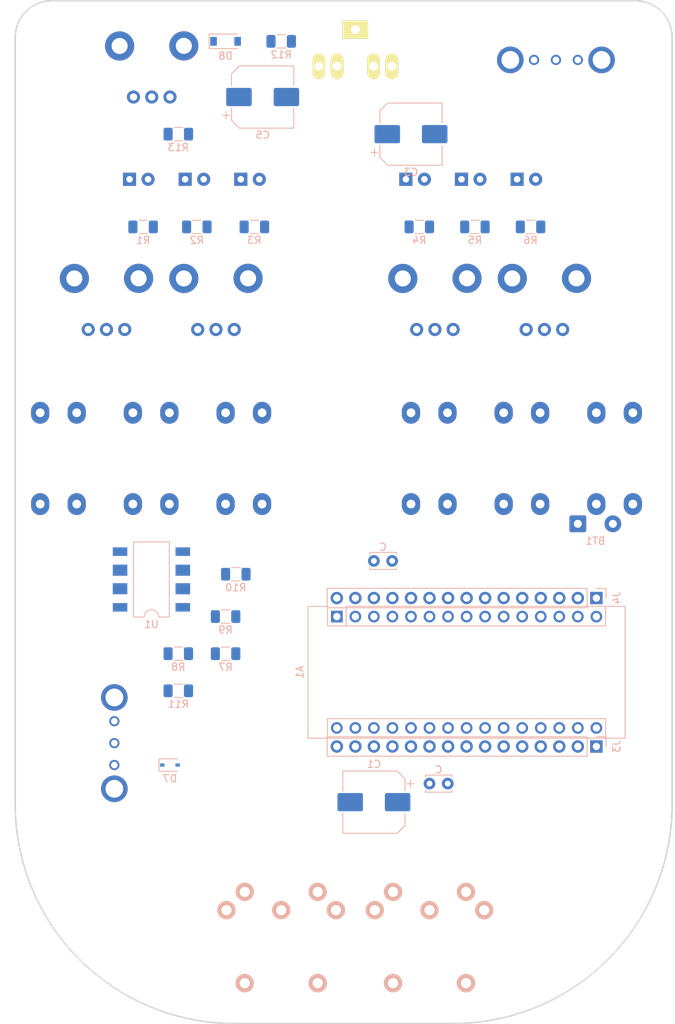
<source format=kicad_pcb>
(kicad_pcb (version 20171130) (host pcbnew "(5.1.5)-3")

  (general
    (thickness 1.6)
    (drawings 8)
    (tracks 0)
    (zones 0)
    (modules 57)
    (nets 59)
  )

  (page A4)
  (layers
    (0 F.Cu signal)
    (31 B.Cu signal)
    (32 B.Adhes user)
    (33 F.Adhes user)
    (34 B.Paste user)
    (35 F.Paste user)
    (36 B.SilkS user)
    (37 F.SilkS user)
    (38 B.Mask user)
    (39 F.Mask user)
    (40 Dwgs.User user)
    (41 Cmts.User user)
    (42 Eco1.User user)
    (43 Eco2.User user)
    (44 Edge.Cuts user)
    (45 Margin user)
    (46 B.CrtYd user)
    (47 F.CrtYd user)
    (48 B.Fab user)
    (49 F.Fab user)
  )

  (setup
    (last_trace_width 0.25)
    (trace_clearance 0.2)
    (zone_clearance 0.508)
    (zone_45_only no)
    (trace_min 0.2)
    (via_size 0.8)
    (via_drill 0.4)
    (via_min_size 0.4)
    (via_min_drill 0.3)
    (uvia_size 0.3)
    (uvia_drill 0.1)
    (uvias_allowed no)
    (uvia_min_size 0.2)
    (uvia_min_drill 0.1)
    (edge_width 0.2)
    (segment_width 0.2)
    (pcb_text_width 0.3)
    (pcb_text_size 1.5 1.5)
    (mod_edge_width 0.15)
    (mod_text_size 1 1)
    (mod_text_width 0.15)
    (pad_size 1.5 1.5)
    (pad_drill 0.6)
    (pad_to_mask_clearance 0)
    (solder_mask_min_width 0.25)
    (aux_axis_origin 0 0)
    (visible_elements 7FFFFFFF)
    (pcbplotparams
      (layerselection 0x010fc_ffffffff)
      (usegerberextensions false)
      (usegerberattributes false)
      (usegerberadvancedattributes false)
      (creategerberjobfile false)
      (excludeedgelayer true)
      (linewidth 0.100000)
      (plotframeref false)
      (viasonmask false)
      (mode 1)
      (useauxorigin false)
      (hpglpennumber 1)
      (hpglpenspeed 20)
      (hpglpendiameter 15.000000)
      (psnegative false)
      (psa4output false)
      (plotreference true)
      (plotvalue true)
      (plotinvisibletext false)
      (padsonsilk false)
      (subtractmaskfromsilk false)
      (outputformat 1)
      (mirror false)
      (drillshape 0)
      (scaleselection 1)
      (outputdirectory "gerbers/"))
  )

  (net 0 "")
  (net 1 GND)
  (net 2 "Net-(J9-PadRN)")
  (net 3 "Net-(J9-PadTN)")
  (net 4 /ANALOG_3)
  (net 5 /ANALOG_1)
  (net 6 /ANALOG_2)
  (net 7 "Net-(R9-Pad2)")
  (net 8 /ANALOG_0)
  (net 9 "Net-(BT1-Pad1)")
  (net 10 "Net-(D5-Pad2)")
  (net 11 /DIGITAL_5)
  (net 12 "Net-(D6-Pad2)")
  (net 13 /DIGITAL_6)
  (net 14 /DIGITAL_9)
  (net 15 /DIGITAL_2)
  (net 16 "Net-(D2-Pad2)")
  (net 17 "Net-(D3-Pad2)")
  (net 18 /DIGITAL_3)
  (net 19 /DIGITAL_4)
  (net 20 "Net-(D4-Pad2)")
  (net 21 /DIGITAL_0)
  (net 22 /DIGITAL_10)
  (net 23 /DIGITAL_1)
  (net 24 /DIGITAL_11)
  (net 25 /DIGITAL_12)
  (net 26 /DIGITAL_13)
  (net 27 /DIGITAL_7)
  (net 28 /ANALOG_4)
  (net 29 /DIGITAL_8)
  (net 30 /ANALOG_5)
  (net 31 "Net-(J2-Pad4)")
  (net 32 "Net-(U1-Pad1)")
  (net 33 "Net-(D1-Pad2)")
  (net 34 "Net-(U1-Pad4)")
  (net 35 "Net-(J2-Pad1)")
  (net 36 "Net-(J2-Pad3)")
  (net 37 "Net-(D7-Pad2)")
  (net 38 "Net-(J9-PadR)")
  (net 39 VCC)
  (net 40 "Net-(J2-Pad5)")
  (net 41 "Net-(R8-Pad2)")
  (net 42 "Net-(J1-Pad4)")
  (net 43 "Net-(D7-Pad1)")
  (net 44 "Net-(J1-Pad1)")
  (net 45 "Net-(J1-Pad2)")
  (net 46 "Net-(J1-Pad3)")
  (net 47 "Net-(SW8-Pad3)")
  (net 48 /3V3)
  (net 49 /AREF)
  (net 50 /RESET)
  (net 51 /ANALOG_6)
  (net 52 /ANALOG_7)
  (net 53 +9V)
  (net 54 "Net-(D8-Pad2)")
  (net 55 "Net-(SW7-Pad3)")
  (net 56 "Net-(C5-Pad2)")
  (net 57 "Net-(C5-Pad1)")
  (net 58 "Net-(J9-PadT)")

  (net_class Default "This is the default net class."
    (clearance 0.2)
    (trace_width 0.25)
    (via_dia 0.8)
    (via_drill 0.4)
    (uvia_dia 0.3)
    (uvia_drill 0.1)
    (add_net +9V)
    (add_net /3V3)
    (add_net /ANALOG_0)
    (add_net /ANALOG_1)
    (add_net /ANALOG_2)
    (add_net /ANALOG_3)
    (add_net /ANALOG_4)
    (add_net /ANALOG_5)
    (add_net /ANALOG_6)
    (add_net /ANALOG_7)
    (add_net /AREF)
    (add_net /DIGITAL_0)
    (add_net /DIGITAL_1)
    (add_net /DIGITAL_10)
    (add_net /DIGITAL_11)
    (add_net /DIGITAL_12)
    (add_net /DIGITAL_13)
    (add_net /DIGITAL_2)
    (add_net /DIGITAL_3)
    (add_net /DIGITAL_4)
    (add_net /DIGITAL_5)
    (add_net /DIGITAL_6)
    (add_net /DIGITAL_7)
    (add_net /DIGITAL_8)
    (add_net /DIGITAL_9)
    (add_net /RESET)
    (add_net "Net-(C5-Pad1)")
    (add_net "Net-(C5-Pad2)")
    (add_net "Net-(D1-Pad2)")
    (add_net "Net-(D2-Pad2)")
    (add_net "Net-(D3-Pad2)")
    (add_net "Net-(D4-Pad2)")
    (add_net "Net-(D5-Pad2)")
    (add_net "Net-(D6-Pad2)")
    (add_net "Net-(D7-Pad1)")
    (add_net "Net-(D7-Pad2)")
    (add_net "Net-(J1-Pad1)")
    (add_net "Net-(J1-Pad2)")
    (add_net "Net-(J1-Pad3)")
    (add_net "Net-(J1-Pad4)")
    (add_net "Net-(J2-Pad1)")
    (add_net "Net-(J2-Pad3)")
    (add_net "Net-(J2-Pad4)")
    (add_net "Net-(J2-Pad5)")
    (add_net "Net-(J9-PadR)")
    (add_net "Net-(J9-PadRN)")
    (add_net "Net-(J9-PadT)")
    (add_net "Net-(J9-PadTN)")
    (add_net "Net-(R8-Pad2)")
    (add_net "Net-(R9-Pad2)")
    (add_net "Net-(SW7-Pad3)")
    (add_net "Net-(SW8-Pad3)")
    (add_net "Net-(U1-Pad1)")
    (add_net "Net-(U1-Pad4)")
  )

  (net_class Chunky ""
    (clearance 0.2)
    (trace_width 0.625)
    (via_dia 0.8)
    (via_drill 0.4)
    (uvia_dia 0.3)
    (uvia_drill 0.1)
    (add_net GND)
    (add_net "Net-(BT1-Pad1)")
    (add_net "Net-(D8-Pad2)")
    (add_net VCC)
  )

  (module Package_DIP:PowerIntegrations_SMD-8 (layer B.Cu) (tedit 5A4A20F7) (tstamp 5EF3F88F)
    (at 73.66 109.22)
    (descr "PowerIntegrations variant of 8-lead surface-mounted (SMD) DIP package, row spacing 7.62 mm (300 mils), see https://www.power.com/sites/default/files/product-docs/lnk520.pdf")
    (tags "SMD DIP DIL PDIP SMDIP 2.54mm 7.62mm 300mil")
    (path /5E7DCDB3)
    (attr smd)
    (fp_text reference U1 (at 0 6.14) (layer B.SilkS)
      (effects (font (size 1 1) (thickness 0.15)) (justify mirror))
    )
    (fp_text value 6N138 (at 0 -6.14) (layer B.Fab)
      (effects (font (size 1 1) (thickness 0.15)) (justify mirror))
    )
    (fp_arc (start 0 5.14) (end -1 5.14) (angle 180) (layer B.SilkS) (width 0.12))
    (fp_line (start 5.55 -5.33) (end -5.55 -5.33) (layer B.CrtYd) (width 0.05))
    (fp_line (start 5.55 -5.33) (end 5.55 5.33) (layer B.CrtYd) (width 0.05))
    (fp_line (start -5.55 5.33) (end -5.55 -5.33) (layer B.CrtYd) (width 0.05))
    (fp_line (start -5.55 5.33) (end 5.55 5.33) (layer B.CrtYd) (width 0.05))
    (fp_line (start 2.45 5.14) (end 1 5.14) (layer B.SilkS) (width 0.12))
    (fp_line (start 2.45 -5.14) (end 2.45 5.14) (layer B.SilkS) (width 0.12))
    (fp_line (start -2.45 -5.14) (end 2.45 -5.14) (layer B.SilkS) (width 0.12))
    (fp_line (start -2.45 5.14) (end -2.45 -5.14) (layer B.SilkS) (width 0.12))
    (fp_line (start -1 5.14) (end -2.45 5.14) (layer B.SilkS) (width 0.12))
    (fp_line (start -3.175 4.08) (end -2.175 5.08) (layer B.Fab) (width 0.1))
    (fp_line (start -3.175 -5.08) (end -3.175 4.08) (layer B.Fab) (width 0.1))
    (fp_line (start 3.175 -5.08) (end -3.175 -5.08) (layer B.Fab) (width 0.1))
    (fp_line (start 3.175 5.08) (end 3.175 -5.08) (layer B.Fab) (width 0.1))
    (fp_line (start -2.175 5.08) (end 3.175 5.08) (layer B.Fab) (width 0.1))
    (fp_text user %R (at 0 0) (layer B.Fab)
      (effects (font (size 1 1) (thickness 0.15)) (justify mirror))
    )
    (pad 8 smd rect (at 4.3 3.81) (size 2 1.17) (layers B.Cu B.Paste B.Mask)
      (net 39 VCC))
    (pad 7 smd rect (at 4.3 1.27) (size 2 1.52) (layers B.Cu B.Paste B.Mask)
      (net 41 "Net-(R8-Pad2)"))
    (pad 5 smd rect (at 4.3 -3.81) (size 2 1.17) (layers B.Cu B.Paste B.Mask)
      (net 1 GND))
    (pad 4 smd rect (at -4.3 -3.81) (size 2 1.17) (layers B.Cu B.Paste B.Mask)
      (net 34 "Net-(U1-Pad4)"))
    (pad 3 smd rect (at -4.3 -1.27) (size 2 1.52) (layers B.Cu B.Paste B.Mask)
      (net 37 "Net-(D7-Pad2)"))
    (pad 2 smd rect (at -4.3 1.27) (size 2 1.52) (layers B.Cu B.Paste B.Mask)
      (net 43 "Net-(D7-Pad1)"))
    (pad 1 smd rect (at -4.3 3.81) (size 2 1.17) (layers B.Cu B.Paste B.Mask)
      (net 32 "Net-(U1-Pad1)"))
    (pad 6 smd rect (at 4.3 -1.27) (size 2 1.52) (layers B.Cu B.Paste B.Mask)
      (net 7 "Net-(R9-Pad2)"))
    (model ${KISYS3DMOD}/Package_DIP.3dshapes/PowerIntegrations_SMD-8.wrl
      (at (xyz 0 0 0))
      (scale (xyz 1 1 1))
      (rotate (xyz 0 0 0))
    )
  )

  (module drumkidcustom:EG1206 (layer B.Cu) (tedit 5DB8124E) (tstamp 5EF3F873)
    (at 68.58 134.62 90)
    (descr EG1206-1)
    (tags Switch)
    (path /5E87D0AD)
    (fp_text reference SW8 (at 3 1.27 270) (layer B.Fab)
      (effects (font (size 1.27 1.27) (thickness 0.254)) (justify mirror))
    )
    (fp_text value SW_SPDT (at 3 -1.5 270) (layer B.SilkS) hide
      (effects (font (size 1.27 1.27) (thickness 0.254)) (justify mirror))
    )
    (fp_line (start -3.5 2.8) (end 9.5 2.8) (layer Dwgs.User) (width 0.2))
    (fp_line (start 9.5 2.8) (end 9.5 -2.8) (layer Dwgs.User) (width 0.2))
    (fp_line (start 9.5 -2.8) (end -3.5 -2.8) (layer Dwgs.User) (width 0.2))
    (fp_line (start -3.5 -2.8) (end -3.5 2.8) (layer Dwgs.User) (width 0.2))
    (fp_line (start -6.076 3.8) (end 12.076 3.8) (layer Dwgs.User) (width 0.1))
    (fp_line (start 12.076 3.8) (end 12.076 -6.8) (layer Dwgs.User) (width 0.1))
    (fp_line (start 12.076 -6.8) (end -6.076 -6.8) (layer Dwgs.User) (width 0.1))
    (fp_line (start -6.076 -6.8) (end -6.076 3.8) (layer Dwgs.User) (width 0.1))
    (fp_line (start 3 -2.8) (end 3 -5.8) (layer Dwgs.User) (width 0.2))
    (fp_line (start 3 -5.8) (end -0.5 -5.8) (layer Dwgs.User) (width 0.2))
    (fp_line (start -0.5 -5.8) (end -0.5 -2.8) (layer Dwgs.User) (width 0.2))
    (pad 1 thru_hole circle (at 0 0 90) (size 1.4 1.4) (drill 0.9) (layers *.Cu *.Mask)
      (net 21 /DIGITAL_0))
    (pad 2 thru_hole circle (at 3 0 90) (size 1.4 1.4) (drill 0.9) (layers *.Cu *.Mask)
      (net 7 "Net-(R9-Pad2)"))
    (pad 3 thru_hole circle (at 6 0 90) (size 1.4 1.4) (drill 0.9) (layers *.Cu *.Mask)
      (net 47 "Net-(SW8-Pad3)"))
    (pad MH1 thru_hole circle (at -3.25 0 90) (size 3.653 3.653) (drill 2.4352) (layers *.Cu *.Mask))
    (pad MH2 thru_hole circle (at 9.25 0 90) (size 3.653 3.653) (drill 2.4352) (layers *.Cu *.Mask))
  )

  (module drumkidcustom:EG1206 (layer F.Cu) (tedit 5DB8124E) (tstamp 5EF3F85F)
    (at 132.08 38.1 180)
    (descr EG1206-1)
    (tags Switch)
    (path /5CC3E5B8)
    (fp_text reference SW7 (at 3 -1.27) (layer F.Fab)
      (effects (font (size 1.27 1.27) (thickness 0.254)))
    )
    (fp_text value SW_SPDT (at 3 1.5) (layer F.SilkS) hide
      (effects (font (size 1.27 1.27) (thickness 0.254)))
    )
    (fp_line (start -3.5 -2.8) (end 9.5 -2.8) (layer Dwgs.User) (width 0.2))
    (fp_line (start 9.5 -2.8) (end 9.5 2.8) (layer Dwgs.User) (width 0.2))
    (fp_line (start 9.5 2.8) (end -3.5 2.8) (layer Dwgs.User) (width 0.2))
    (fp_line (start -3.5 2.8) (end -3.5 -2.8) (layer Dwgs.User) (width 0.2))
    (fp_line (start -6.076 -3.8) (end 12.076 -3.8) (layer Dwgs.User) (width 0.1))
    (fp_line (start 12.076 -3.8) (end 12.076 6.8) (layer Dwgs.User) (width 0.1))
    (fp_line (start 12.076 6.8) (end -6.076 6.8) (layer Dwgs.User) (width 0.1))
    (fp_line (start -6.076 6.8) (end -6.076 -3.8) (layer Dwgs.User) (width 0.1))
    (fp_line (start 3 2.8) (end 3 5.8) (layer Dwgs.User) (width 0.2))
    (fp_line (start 3 5.8) (end -0.5 5.8) (layer Dwgs.User) (width 0.2))
    (fp_line (start -0.5 5.8) (end -0.5 2.8) (layer Dwgs.User) (width 0.2))
    (pad 1 thru_hole circle (at 0 0 180) (size 1.4 1.4) (drill 0.9) (layers *.Cu *.Mask)
      (net 54 "Net-(D8-Pad2)"))
    (pad 2 thru_hole circle (at 3 0 180) (size 1.4 1.4) (drill 0.9) (layers *.Cu *.Mask)
      (net 9 "Net-(BT1-Pad1)"))
    (pad 3 thru_hole circle (at 6 0 180) (size 1.4 1.4) (drill 0.9) (layers *.Cu *.Mask)
      (net 55 "Net-(SW7-Pad3)"))
    (pad MH1 thru_hole circle (at -3.25 0 180) (size 3.653 3.653) (drill 2.4352) (layers *.Cu *.Mask))
    (pad MH2 thru_hole circle (at 9.25 0 180) (size 3.653 3.653) (drill 2.4352) (layers *.Cu *.Mask))
  )

  (module drumkidcustom:SW_PUSH-12mm_Wuerth-430476085716 (layer F.Cu) (tedit 5DB80E71) (tstamp 5EF3F84B)
    (at 134.62 98.9 90)
    (descr "SW PUSH 12mm http://katalog.we-online.de/em/datasheet/430476085716.pdf")
    (tags "tact sw push 12mm")
    (path /5CEECF1D)
    (fp_text reference SW6 (at 6.35 -4.66 90) (layer F.Fab)
      (effects (font (size 1 1) (thickness 0.15)))
    )
    (fp_text value SW_Push (at 6.35 9.93 90) (layer F.Fab)
      (effects (font (size 1 1) (thickness 0.15)))
    )
    (fp_text user %R (at 6.35 2.54 90) (layer F.Fab)
      (effects (font (size 1 1) (thickness 0.15)))
    )
    (fp_line (start 14.25 -3.75) (end -1.75 -3.75) (layer F.CrtYd) (width 0.05))
    (fp_line (start 14.25 8.75) (end 14.25 -3.75) (layer F.CrtYd) (width 0.05))
    (fp_line (start -1.75 8.75) (end 14.25 8.75) (layer F.CrtYd) (width 0.05))
    (fp_line (start -1.75 -3.75) (end -1.75 8.75) (layer F.CrtYd) (width 0.05))
    (fp_line (start 12.25 -3.5) (end 0.25 -3.5) (layer F.Fab) (width 0.1))
    (fp_line (start 12.25 8.5) (end 12.25 -3.5) (layer F.Fab) (width 0.1))
    (fp_line (start 0.25 8.5) (end 12.25 8.5) (layer F.Fab) (width 0.1))
    (fp_line (start 0.25 -3.5) (end 0.25 8.5) (layer F.Fab) (width 0.1))
    (fp_circle (center 6.35 2.54) (end 10.92905 2.54) (layer F.Fab) (width 0.12))
    (pad 2 thru_hole oval (at 0 5 90) (size 3 2.5) (drill 1.2) (layers *.Cu *.Mask)
      (net 1 GND))
    (pad 1 thru_hole oval (at 0 0 90) (size 3 2.5) (drill 1.2) (layers *.Cu *.Mask)
      (net 22 /DIGITAL_10))
    (pad 2 thru_hole oval (at 12.5 5 90) (size 3 2.5) (drill 1.2) (layers *.Cu *.Mask)
      (net 1 GND))
    (pad 1 thru_hole oval (at 12.5 0 90) (size 3 2.5) (drill 1.2) (layers *.Cu *.Mask)
      (net 22 /DIGITAL_10))
    (model ${KISYS3DMOD}/Button_Switch_THT.3dshapes/SW_PUSH-12mm_Wuerth-430476085716.wrl
      (at (xyz 0 0 0))
      (scale (xyz 1 1 1))
      (rotate (xyz 0 0 0))
    )
  )

  (module drumkidcustom:SW_PUSH-12mm_Wuerth-430476085716 (layer F.Cu) (tedit 5DB80E71) (tstamp 5EF3F839)
    (at 121.92 98.9 90)
    (descr "SW PUSH 12mm http://katalog.we-online.de/em/datasheet/430476085716.pdf")
    (tags "tact sw push 12mm")
    (path /5CC3F857)
    (fp_text reference SW5 (at 6.35 -4.66 90) (layer F.Fab)
      (effects (font (size 1 1) (thickness 0.15)))
    )
    (fp_text value SW_Push (at 6.35 9.93 90) (layer F.Fab)
      (effects (font (size 1 1) (thickness 0.15)))
    )
    (fp_text user %R (at 6.35 2.54 90) (layer F.Fab)
      (effects (font (size 1 1) (thickness 0.15)))
    )
    (fp_line (start 14.25 -3.75) (end -1.75 -3.75) (layer F.CrtYd) (width 0.05))
    (fp_line (start 14.25 8.75) (end 14.25 -3.75) (layer F.CrtYd) (width 0.05))
    (fp_line (start -1.75 8.75) (end 14.25 8.75) (layer F.CrtYd) (width 0.05))
    (fp_line (start -1.75 -3.75) (end -1.75 8.75) (layer F.CrtYd) (width 0.05))
    (fp_line (start 12.25 -3.5) (end 0.25 -3.5) (layer F.Fab) (width 0.1))
    (fp_line (start 12.25 8.5) (end 12.25 -3.5) (layer F.Fab) (width 0.1))
    (fp_line (start 0.25 8.5) (end 12.25 8.5) (layer F.Fab) (width 0.1))
    (fp_line (start 0.25 -3.5) (end 0.25 8.5) (layer F.Fab) (width 0.1))
    (fp_circle (center 6.35 2.54) (end 10.92905 2.54) (layer F.Fab) (width 0.12))
    (pad 2 thru_hole oval (at 0 5 90) (size 3 2.5) (drill 1.2) (layers *.Cu *.Mask)
      (net 1 GND))
    (pad 1 thru_hole oval (at 0 0 90) (size 3 2.5) (drill 1.2) (layers *.Cu *.Mask)
      (net 29 /DIGITAL_8))
    (pad 2 thru_hole oval (at 12.5 5 90) (size 3 2.5) (drill 1.2) (layers *.Cu *.Mask)
      (net 1 GND))
    (pad 1 thru_hole oval (at 12.5 0 90) (size 3 2.5) (drill 1.2) (layers *.Cu *.Mask)
      (net 29 /DIGITAL_8))
    (model ${KISYS3DMOD}/Button_Switch_THT.3dshapes/SW_PUSH-12mm_Wuerth-430476085716.wrl
      (at (xyz 0 0 0))
      (scale (xyz 1 1 1))
      (rotate (xyz 0 0 0))
    )
  )

  (module drumkidcustom:SW_PUSH-12mm_Wuerth-430476085716 (layer F.Cu) (tedit 5DB80E71) (tstamp 5EF3F827)
    (at 109.22 98.9 90)
    (descr "SW PUSH 12mm http://katalog.we-online.de/em/datasheet/430476085716.pdf")
    (tags "tact sw push 12mm")
    (path /5CC3F7FB)
    (fp_text reference SW4 (at 6.35 -4.66 90) (layer F.Fab)
      (effects (font (size 1 1) (thickness 0.15)))
    )
    (fp_text value SW_Push (at 6.35 9.93 90) (layer F.Fab)
      (effects (font (size 1 1) (thickness 0.15)))
    )
    (fp_text user %R (at 6.35 2.54 90) (layer F.Fab)
      (effects (font (size 1 1) (thickness 0.15)))
    )
    (fp_line (start 14.25 -3.75) (end -1.75 -3.75) (layer F.CrtYd) (width 0.05))
    (fp_line (start 14.25 8.75) (end 14.25 -3.75) (layer F.CrtYd) (width 0.05))
    (fp_line (start -1.75 8.75) (end 14.25 8.75) (layer F.CrtYd) (width 0.05))
    (fp_line (start -1.75 -3.75) (end -1.75 8.75) (layer F.CrtYd) (width 0.05))
    (fp_line (start 12.25 -3.5) (end 0.25 -3.5) (layer F.Fab) (width 0.1))
    (fp_line (start 12.25 8.5) (end 12.25 -3.5) (layer F.Fab) (width 0.1))
    (fp_line (start 0.25 8.5) (end 12.25 8.5) (layer F.Fab) (width 0.1))
    (fp_line (start 0.25 -3.5) (end 0.25 8.5) (layer F.Fab) (width 0.1))
    (fp_circle (center 6.35 2.54) (end 10.92905 2.54) (layer F.Fab) (width 0.12))
    (pad 2 thru_hole oval (at 0 5 90) (size 3 2.5) (drill 1.2) (layers *.Cu *.Mask)
      (net 1 GND))
    (pad 1 thru_hole oval (at 0 0 90) (size 3 2.5) (drill 1.2) (layers *.Cu *.Mask)
      (net 27 /DIGITAL_7))
    (pad 2 thru_hole oval (at 12.5 5 90) (size 3 2.5) (drill 1.2) (layers *.Cu *.Mask)
      (net 1 GND))
    (pad 1 thru_hole oval (at 12.5 0 90) (size 3 2.5) (drill 1.2) (layers *.Cu *.Mask)
      (net 27 /DIGITAL_7))
    (model ${KISYS3DMOD}/Button_Switch_THT.3dshapes/SW_PUSH-12mm_Wuerth-430476085716.wrl
      (at (xyz 0 0 0))
      (scale (xyz 1 1 1))
      (rotate (xyz 0 0 0))
    )
  )

  (module drumkidcustom:SW_PUSH-12mm_Wuerth-430476085716 (layer F.Cu) (tedit 5DB80E71) (tstamp 5EF3F815)
    (at 83.82 98.9 90)
    (descr "SW PUSH 12mm http://katalog.we-online.de/em/datasheet/430476085716.pdf")
    (tags "tact sw push 12mm")
    (path /5CC3F79F)
    (fp_text reference SW3 (at 6.35 -4.66 90) (layer F.Fab)
      (effects (font (size 1 1) (thickness 0.15)))
    )
    (fp_text value SW_Push (at 6.35 9.93 90) (layer F.Fab)
      (effects (font (size 1 1) (thickness 0.15)))
    )
    (fp_text user %R (at 6.35 2.54 90) (layer F.Fab)
      (effects (font (size 1 1) (thickness 0.15)))
    )
    (fp_line (start 14.25 -3.75) (end -1.75 -3.75) (layer F.CrtYd) (width 0.05))
    (fp_line (start 14.25 8.75) (end 14.25 -3.75) (layer F.CrtYd) (width 0.05))
    (fp_line (start -1.75 8.75) (end 14.25 8.75) (layer F.CrtYd) (width 0.05))
    (fp_line (start -1.75 -3.75) (end -1.75 8.75) (layer F.CrtYd) (width 0.05))
    (fp_line (start 12.25 -3.5) (end 0.25 -3.5) (layer F.Fab) (width 0.1))
    (fp_line (start 12.25 8.5) (end 12.25 -3.5) (layer F.Fab) (width 0.1))
    (fp_line (start 0.25 8.5) (end 12.25 8.5) (layer F.Fab) (width 0.1))
    (fp_line (start 0.25 -3.5) (end 0.25 8.5) (layer F.Fab) (width 0.1))
    (fp_circle (center 6.35 2.54) (end 10.92905 2.54) (layer F.Fab) (width 0.12))
    (pad 2 thru_hole oval (at 0 5 90) (size 3 2.5) (drill 1.2) (layers *.Cu *.Mask)
      (net 1 GND))
    (pad 1 thru_hole oval (at 0 0 90) (size 3 2.5) (drill 1.2) (layers *.Cu *.Mask)
      (net 13 /DIGITAL_6))
    (pad 2 thru_hole oval (at 12.5 5 90) (size 3 2.5) (drill 1.2) (layers *.Cu *.Mask)
      (net 1 GND))
    (pad 1 thru_hole oval (at 12.5 0 90) (size 3 2.5) (drill 1.2) (layers *.Cu *.Mask)
      (net 13 /DIGITAL_6))
    (model ${KISYS3DMOD}/Button_Switch_THT.3dshapes/SW_PUSH-12mm_Wuerth-430476085716.wrl
      (at (xyz 0 0 0))
      (scale (xyz 1 1 1))
      (rotate (xyz 0 0 0))
    )
  )

  (module drumkidcustom:SW_PUSH-12mm_Wuerth-430476085716 (layer F.Cu) (tedit 5DB80E71) (tstamp 5EF3F803)
    (at 71.12 98.9 90)
    (descr "SW PUSH 12mm http://katalog.we-online.de/em/datasheet/430476085716.pdf")
    (tags "tact sw push 12mm")
    (path /5CC3F6F5)
    (fp_text reference SW2 (at 6.35 -4.66 90) (layer F.Fab)
      (effects (font (size 1 1) (thickness 0.15)))
    )
    (fp_text value SW_Push (at 6.35 9.93 90) (layer F.Fab)
      (effects (font (size 1 1) (thickness 0.15)))
    )
    (fp_text user %R (at 6.35 2.54 90) (layer F.Fab)
      (effects (font (size 1 1) (thickness 0.15)))
    )
    (fp_line (start 14.25 -3.75) (end -1.75 -3.75) (layer F.CrtYd) (width 0.05))
    (fp_line (start 14.25 8.75) (end 14.25 -3.75) (layer F.CrtYd) (width 0.05))
    (fp_line (start -1.75 8.75) (end 14.25 8.75) (layer F.CrtYd) (width 0.05))
    (fp_line (start -1.75 -3.75) (end -1.75 8.75) (layer F.CrtYd) (width 0.05))
    (fp_line (start 12.25 -3.5) (end 0.25 -3.5) (layer F.Fab) (width 0.1))
    (fp_line (start 12.25 8.5) (end 12.25 -3.5) (layer F.Fab) (width 0.1))
    (fp_line (start 0.25 8.5) (end 12.25 8.5) (layer F.Fab) (width 0.1))
    (fp_line (start 0.25 -3.5) (end 0.25 8.5) (layer F.Fab) (width 0.1))
    (fp_circle (center 6.35 2.54) (end 10.92905 2.54) (layer F.Fab) (width 0.12))
    (pad 2 thru_hole oval (at 0 5 90) (size 3 2.5) (drill 1.2) (layers *.Cu *.Mask)
      (net 1 GND))
    (pad 1 thru_hole oval (at 0 0 90) (size 3 2.5) (drill 1.2) (layers *.Cu *.Mask)
      (net 11 /DIGITAL_5))
    (pad 2 thru_hole oval (at 12.5 5 90) (size 3 2.5) (drill 1.2) (layers *.Cu *.Mask)
      (net 1 GND))
    (pad 1 thru_hole oval (at 12.5 0 90) (size 3 2.5) (drill 1.2) (layers *.Cu *.Mask)
      (net 11 /DIGITAL_5))
    (model ${KISYS3DMOD}/Button_Switch_THT.3dshapes/SW_PUSH-12mm_Wuerth-430476085716.wrl
      (at (xyz 0 0 0))
      (scale (xyz 1 1 1))
      (rotate (xyz 0 0 0))
    )
  )

  (module drumkidcustom:SW_PUSH-12mm_Wuerth-430476085716 (layer F.Cu) (tedit 5DB80E71) (tstamp 5EF3F7F1)
    (at 58.42 98.9 90)
    (descr "SW PUSH 12mm http://katalog.we-online.de/em/datasheet/430476085716.pdf")
    (tags "tact sw push 12mm")
    (path /5CC3F56F)
    (fp_text reference SW1 (at 6.35 -4.66 90) (layer F.Fab)
      (effects (font (size 1 1) (thickness 0.15)))
    )
    (fp_text value SW_Push (at 6.35 9.93 90) (layer F.Fab)
      (effects (font (size 1 1) (thickness 0.15)))
    )
    (fp_text user %R (at 6.35 2.54 90) (layer F.Fab)
      (effects (font (size 1 1) (thickness 0.15)))
    )
    (fp_line (start 14.25 -3.75) (end -1.75 -3.75) (layer F.CrtYd) (width 0.05))
    (fp_line (start 14.25 8.75) (end 14.25 -3.75) (layer F.CrtYd) (width 0.05))
    (fp_line (start -1.75 8.75) (end 14.25 8.75) (layer F.CrtYd) (width 0.05))
    (fp_line (start -1.75 -3.75) (end -1.75 8.75) (layer F.CrtYd) (width 0.05))
    (fp_line (start 12.25 -3.5) (end 0.25 -3.5) (layer F.Fab) (width 0.1))
    (fp_line (start 12.25 8.5) (end 12.25 -3.5) (layer F.Fab) (width 0.1))
    (fp_line (start 0.25 8.5) (end 12.25 8.5) (layer F.Fab) (width 0.1))
    (fp_line (start 0.25 -3.5) (end 0.25 8.5) (layer F.Fab) (width 0.1))
    (fp_circle (center 6.35 2.54) (end 10.92905 2.54) (layer F.Fab) (width 0.12))
    (pad 2 thru_hole oval (at 0 5 90) (size 3 2.5) (drill 1.2) (layers *.Cu *.Mask)
      (net 1 GND))
    (pad 1 thru_hole oval (at 0 0 90) (size 3 2.5) (drill 1.2) (layers *.Cu *.Mask)
      (net 19 /DIGITAL_4))
    (pad 2 thru_hole oval (at 12.5 5 90) (size 3 2.5) (drill 1.2) (layers *.Cu *.Mask)
      (net 1 GND))
    (pad 1 thru_hole oval (at 12.5 0 90) (size 3 2.5) (drill 1.2) (layers *.Cu *.Mask)
      (net 19 /DIGITAL_4))
    (model ${KISYS3DMOD}/Button_Switch_THT.3dshapes/SW_PUSH-12mm_Wuerth-430476085716.wrl
      (at (xyz 0 0 0))
      (scale (xyz 1 1 1))
      (rotate (xyz 0 0 0))
    )
  )

  (module drumkidcustom:Potentiometer_Alps_RK09K_Single_Vertical (layer F.Cu) (tedit 5DB756D0) (tstamp 5EF3F7DF)
    (at 76.2 43.18 90)
    (descr "Potentiometer, vertical, Alps RK09K Single, http://www.alps.com/prod/info/E/HTML/Potentiometer/RotaryPotentiometers/RK09K/RK09K_list.html")
    (tags "Potentiometer vertical Alps RK09K Single")
    (path /5CD6A7C0)
    (fp_text reference RV5 (at 6.05 -10.15 90) (layer F.Fab)
      (effects (font (size 1 1) (thickness 0.15)))
    )
    (fp_text value 10k (at 6.05 5.15 90) (layer F.Fab)
      (effects (font (size 1 1) (thickness 0.15)))
    )
    (fp_circle (center 7.5 -2.5) (end 10.5 -2.5) (layer F.Fab) (width 0.1))
    (fp_line (start 1 -7.4) (end 1 2.4) (layer F.Fab) (width 0.1))
    (fp_line (start 1 2.4) (end 13 2.4) (layer F.Fab) (width 0.1))
    (fp_line (start 13 2.4) (end 13 -7.4) (layer F.Fab) (width 0.1))
    (fp_line (start 13 -7.4) (end 1 -7.4) (layer F.Fab) (width 0.1))
    (fp_line (start 0.88 -7.521) (end 4.817 -7.521) (layer F.Fab) (width 0.12))
    (fp_line (start 9.184 -7.521) (end 13.12 -7.521) (layer F.Fab) (width 0.12))
    (fp_line (start 0.88 2.52) (end 4.817 2.52) (layer F.Fab) (width 0.12))
    (fp_line (start 9.184 2.52) (end 13.12 2.52) (layer F.Fab) (width 0.12))
    (fp_line (start 0.88 -7.521) (end 0.88 -5.871) (layer F.Fab) (width 0.12))
    (fp_line (start 0.88 -4.129) (end 0.88 -3.37) (layer F.Fab) (width 0.12))
    (fp_line (start 0.88 -1.629) (end 0.88 -0.87) (layer F.Fab) (width 0.12))
    (fp_line (start 0.88 0.87) (end 0.88 2.52) (layer F.Fab) (width 0.12))
    (fp_line (start 13.12 -7.521) (end 13.12 2.52) (layer F.Fab) (width 0.12))
    (fp_line (start -1.15 -9.15) (end -1.15 4.15) (layer F.CrtYd) (width 0.05))
    (fp_line (start -1.15 4.15) (end 13.25 4.15) (layer F.CrtYd) (width 0.05))
    (fp_line (start 13.25 4.15) (end 13.25 -9.15) (layer F.CrtYd) (width 0.05))
    (fp_line (start 13.25 -9.15) (end -1.15 -9.15) (layer F.CrtYd) (width 0.05))
    (fp_text user %R (at 2 -2.5) (layer F.Fab)
      (effects (font (size 1 1) (thickness 0.15)))
    )
    (pad 3 thru_hole circle (at 0 -5 90) (size 1.8 1.8) (drill 1) (layers *.Cu *.Mask)
      (net 1 GND))
    (pad 2 thru_hole circle (at 0 -2.5 90) (size 1.8 1.8) (drill 1) (layers *.Cu *.Mask)
      (net 57 "Net-(C5-Pad1)"))
    (pad 1 thru_hole circle (at 0 0 90) (size 1.8 1.8) (drill 1) (layers *.Cu *.Mask)
      (net 14 /DIGITAL_9))
    (pad "" np_thru_hole circle (at 6.985 -6.9 90) (size 4 4) (drill 2.2) (layers *.Cu *.Mask))
    (pad "" np_thru_hole circle (at 7 1.9 90) (size 4 4) (drill 2.2) (layers *.Cu *.Mask))
    (model ${KISYS3DMOD}/Potentiometer_THT.3dshapes/Potentiometer_Alps_RK09K_Single_Vertical.wrl
      (at (xyz 0 0 0))
      (scale (xyz 1 1 1))
      (rotate (xyz 0 0 0))
    )
  )

  (module drumkidcustom:Potentiometer_Alps_RK09K_Single_Vertical (layer F.Cu) (tedit 5DB756D0) (tstamp 5EF3F7C3)
    (at 130 75 90)
    (descr "Potentiometer, vertical, Alps RK09K Single, http://www.alps.com/prod/info/E/HTML/Potentiometer/RotaryPotentiometers/RK09K/RK09K_list.html")
    (tags "Potentiometer vertical Alps RK09K Single")
    (path /5D14F5F2)
    (fp_text reference RV4 (at 6.05 -10.15 90) (layer F.Fab)
      (effects (font (size 1 1) (thickness 0.15)))
    )
    (fp_text value R_POT (at 6.05 5.15 90) (layer F.Fab)
      (effects (font (size 1 1) (thickness 0.15)))
    )
    (fp_circle (center 7.5 -2.5) (end 10.5 -2.5) (layer F.Fab) (width 0.1))
    (fp_line (start 1 -7.4) (end 1 2.4) (layer F.Fab) (width 0.1))
    (fp_line (start 1 2.4) (end 13 2.4) (layer F.Fab) (width 0.1))
    (fp_line (start 13 2.4) (end 13 -7.4) (layer F.Fab) (width 0.1))
    (fp_line (start 13 -7.4) (end 1 -7.4) (layer F.Fab) (width 0.1))
    (fp_line (start 0.88 -7.521) (end 4.817 -7.521) (layer F.Fab) (width 0.12))
    (fp_line (start 9.184 -7.521) (end 13.12 -7.521) (layer F.Fab) (width 0.12))
    (fp_line (start 0.88 2.52) (end 4.817 2.52) (layer F.Fab) (width 0.12))
    (fp_line (start 9.184 2.52) (end 13.12 2.52) (layer F.Fab) (width 0.12))
    (fp_line (start 0.88 -7.521) (end 0.88 -5.871) (layer F.Fab) (width 0.12))
    (fp_line (start 0.88 -4.129) (end 0.88 -3.37) (layer F.Fab) (width 0.12))
    (fp_line (start 0.88 -1.629) (end 0.88 -0.87) (layer F.Fab) (width 0.12))
    (fp_line (start 0.88 0.87) (end 0.88 2.52) (layer F.Fab) (width 0.12))
    (fp_line (start 13.12 -7.521) (end 13.12 2.52) (layer F.Fab) (width 0.12))
    (fp_line (start -1.15 -9.15) (end -1.15 4.15) (layer F.CrtYd) (width 0.05))
    (fp_line (start -1.15 4.15) (end 13.25 4.15) (layer F.CrtYd) (width 0.05))
    (fp_line (start 13.25 4.15) (end 13.25 -9.15) (layer F.CrtYd) (width 0.05))
    (fp_line (start 13.25 -9.15) (end -1.15 -9.15) (layer F.CrtYd) (width 0.05))
    (fp_text user %R (at 2 -2.5) (layer F.Fab)
      (effects (font (size 1 1) (thickness 0.15)))
    )
    (pad 3 thru_hole circle (at 0 -5 90) (size 1.8 1.8) (drill 1) (layers *.Cu *.Mask)
      (net 1 GND))
    (pad 2 thru_hole circle (at 0 -2.5 90) (size 1.8 1.8) (drill 1) (layers *.Cu *.Mask)
      (net 4 /ANALOG_3))
    (pad 1 thru_hole circle (at 0 0 90) (size 1.8 1.8) (drill 1) (layers *.Cu *.Mask)
      (net 39 VCC))
    (pad "" np_thru_hole circle (at 6.985 -6.9 90) (size 4 4) (drill 2.2) (layers *.Cu *.Mask))
    (pad "" np_thru_hole circle (at 7 1.9 90) (size 4 4) (drill 2.2) (layers *.Cu *.Mask))
    (model ${KISYS3DMOD}/Potentiometer_THT.3dshapes/Potentiometer_Alps_RK09K_Single_Vertical.wrl
      (at (xyz 0 0 0))
      (scale (xyz 1 1 1))
      (rotate (xyz 0 0 0))
    )
  )

  (module drumkidcustom:Potentiometer_Alps_RK09K_Single_Vertical (layer F.Cu) (tedit 5DB756D0) (tstamp 5EF3F7A7)
    (at 115 75 90)
    (descr "Potentiometer, vertical, Alps RK09K Single, http://www.alps.com/prod/info/E/HTML/Potentiometer/RotaryPotentiometers/RK09K/RK09K_list.html")
    (tags "Potentiometer vertical Alps RK09K Single")
    (path /5CC5771D)
    (fp_text reference RV3 (at 6.05 -10.15 90) (layer F.Fab)
      (effects (font (size 1 1) (thickness 0.15)))
    )
    (fp_text value R_POT (at 6.05 5.15 90) (layer F.Fab)
      (effects (font (size 1 1) (thickness 0.15)))
    )
    (fp_circle (center 7.5 -2.5) (end 10.5 -2.5) (layer F.Fab) (width 0.1))
    (fp_line (start 1 -7.4) (end 1 2.4) (layer F.Fab) (width 0.1))
    (fp_line (start 1 2.4) (end 13 2.4) (layer F.Fab) (width 0.1))
    (fp_line (start 13 2.4) (end 13 -7.4) (layer F.Fab) (width 0.1))
    (fp_line (start 13 -7.4) (end 1 -7.4) (layer F.Fab) (width 0.1))
    (fp_line (start 0.88 -7.521) (end 4.817 -7.521) (layer F.Fab) (width 0.12))
    (fp_line (start 9.184 -7.521) (end 13.12 -7.521) (layer F.Fab) (width 0.12))
    (fp_line (start 0.88 2.52) (end 4.817 2.52) (layer F.Fab) (width 0.12))
    (fp_line (start 9.184 2.52) (end 13.12 2.52) (layer F.Fab) (width 0.12))
    (fp_line (start 0.88 -7.521) (end 0.88 -5.871) (layer F.Fab) (width 0.12))
    (fp_line (start 0.88 -4.129) (end 0.88 -3.37) (layer F.Fab) (width 0.12))
    (fp_line (start 0.88 -1.629) (end 0.88 -0.87) (layer F.Fab) (width 0.12))
    (fp_line (start 0.88 0.87) (end 0.88 2.52) (layer F.Fab) (width 0.12))
    (fp_line (start 13.12 -7.521) (end 13.12 2.52) (layer F.Fab) (width 0.12))
    (fp_line (start -1.15 -9.15) (end -1.15 4.15) (layer F.CrtYd) (width 0.05))
    (fp_line (start -1.15 4.15) (end 13.25 4.15) (layer F.CrtYd) (width 0.05))
    (fp_line (start 13.25 4.15) (end 13.25 -9.15) (layer F.CrtYd) (width 0.05))
    (fp_line (start 13.25 -9.15) (end -1.15 -9.15) (layer F.CrtYd) (width 0.05))
    (fp_text user %R (at 2 -2.5) (layer F.Fab)
      (effects (font (size 1 1) (thickness 0.15)))
    )
    (pad 3 thru_hole circle (at 0 -5 90) (size 1.8 1.8) (drill 1) (layers *.Cu *.Mask)
      (net 1 GND))
    (pad 2 thru_hole circle (at 0 -2.5 90) (size 1.8 1.8) (drill 1) (layers *.Cu *.Mask)
      (net 6 /ANALOG_2))
    (pad 1 thru_hole circle (at 0 0 90) (size 1.8 1.8) (drill 1) (layers *.Cu *.Mask)
      (net 39 VCC))
    (pad "" np_thru_hole circle (at 6.985 -6.9 90) (size 4 4) (drill 2.2) (layers *.Cu *.Mask))
    (pad "" np_thru_hole circle (at 7 1.9 90) (size 4 4) (drill 2.2) (layers *.Cu *.Mask))
    (model ${KISYS3DMOD}/Potentiometer_THT.3dshapes/Potentiometer_Alps_RK09K_Single_Vertical.wrl
      (at (xyz 0 0 0))
      (scale (xyz 1 1 1))
      (rotate (xyz 0 0 0))
    )
  )

  (module drumkidcustom:Potentiometer_Alps_RK09K_Single_Vertical (layer F.Cu) (tedit 5DB756D0) (tstamp 5EF3F78B)
    (at 85 75 90)
    (descr "Potentiometer, vertical, Alps RK09K Single, http://www.alps.com/prod/info/E/HTML/Potentiometer/RotaryPotentiometers/RK09K/RK09K_list.html")
    (tags "Potentiometer vertical Alps RK09K Single")
    (path /5CC5765B)
    (fp_text reference RV2 (at 6.05 -10.15 90) (layer F.Fab)
      (effects (font (size 1 1) (thickness 0.15)))
    )
    (fp_text value R_POT (at 6.05 5.15 90) (layer F.Fab)
      (effects (font (size 1 1) (thickness 0.15)))
    )
    (fp_circle (center 7.5 -2.5) (end 10.5 -2.5) (layer F.Fab) (width 0.1))
    (fp_line (start 1 -7.4) (end 1 2.4) (layer F.Fab) (width 0.1))
    (fp_line (start 1 2.4) (end 13 2.4) (layer F.Fab) (width 0.1))
    (fp_line (start 13 2.4) (end 13 -7.4) (layer F.Fab) (width 0.1))
    (fp_line (start 13 -7.4) (end 1 -7.4) (layer F.Fab) (width 0.1))
    (fp_line (start 0.88 -7.521) (end 4.817 -7.521) (layer F.Fab) (width 0.12))
    (fp_line (start 9.184 -7.521) (end 13.12 -7.521) (layer F.Fab) (width 0.12))
    (fp_line (start 0.88 2.52) (end 4.817 2.52) (layer F.Fab) (width 0.12))
    (fp_line (start 9.184 2.52) (end 13.12 2.52) (layer F.Fab) (width 0.12))
    (fp_line (start 0.88 -7.521) (end 0.88 -5.871) (layer F.Fab) (width 0.12))
    (fp_line (start 0.88 -4.129) (end 0.88 -3.37) (layer F.Fab) (width 0.12))
    (fp_line (start 0.88 -1.629) (end 0.88 -0.87) (layer F.Fab) (width 0.12))
    (fp_line (start 0.88 0.87) (end 0.88 2.52) (layer F.Fab) (width 0.12))
    (fp_line (start 13.12 -7.521) (end 13.12 2.52) (layer F.Fab) (width 0.12))
    (fp_line (start -1.15 -9.15) (end -1.15 4.15) (layer F.CrtYd) (width 0.05))
    (fp_line (start -1.15 4.15) (end 13.25 4.15) (layer F.CrtYd) (width 0.05))
    (fp_line (start 13.25 4.15) (end 13.25 -9.15) (layer F.CrtYd) (width 0.05))
    (fp_line (start 13.25 -9.15) (end -1.15 -9.15) (layer F.CrtYd) (width 0.05))
    (fp_text user %R (at 2 -2.5) (layer F.Fab)
      (effects (font (size 1 1) (thickness 0.15)))
    )
    (pad 3 thru_hole circle (at 0 -5 90) (size 1.8 1.8) (drill 1) (layers *.Cu *.Mask)
      (net 1 GND))
    (pad 2 thru_hole circle (at 0 -2.5 90) (size 1.8 1.8) (drill 1) (layers *.Cu *.Mask)
      (net 5 /ANALOG_1))
    (pad 1 thru_hole circle (at 0 0 90) (size 1.8 1.8) (drill 1) (layers *.Cu *.Mask)
      (net 39 VCC))
    (pad "" np_thru_hole circle (at 6.985 -6.9 90) (size 4 4) (drill 2.2) (layers *.Cu *.Mask))
    (pad "" np_thru_hole circle (at 7 1.9 90) (size 4 4) (drill 2.2) (layers *.Cu *.Mask))
    (model ${KISYS3DMOD}/Potentiometer_THT.3dshapes/Potentiometer_Alps_RK09K_Single_Vertical.wrl
      (at (xyz 0 0 0))
      (scale (xyz 1 1 1))
      (rotate (xyz 0 0 0))
    )
  )

  (module drumkidcustom:Potentiometer_Alps_RK09K_Single_Vertical (layer F.Cu) (tedit 5DB756D0) (tstamp 5EF3F76F)
    (at 70 75 90)
    (descr "Potentiometer, vertical, Alps RK09K Single, http://www.alps.com/prod/info/E/HTML/Potentiometer/RotaryPotentiometers/RK09K/RK09K_list.html")
    (tags "Potentiometer vertical Alps RK09K Single")
    (path /5CC57515)
    (fp_text reference RV1 (at 6.05 -10.15 90) (layer F.Fab)
      (effects (font (size 1 1) (thickness 0.15)))
    )
    (fp_text value R_POT (at 6.05 5.15 90) (layer F.Fab)
      (effects (font (size 1 1) (thickness 0.15)))
    )
    (fp_circle (center 7.5 -2.5) (end 10.5 -2.5) (layer F.Fab) (width 0.1))
    (fp_line (start 1 -7.4) (end 1 2.4) (layer F.Fab) (width 0.1))
    (fp_line (start 1 2.4) (end 13 2.4) (layer F.Fab) (width 0.1))
    (fp_line (start 13 2.4) (end 13 -7.4) (layer F.Fab) (width 0.1))
    (fp_line (start 13 -7.4) (end 1 -7.4) (layer F.Fab) (width 0.1))
    (fp_line (start 0.88 -7.521) (end 4.817 -7.521) (layer F.Fab) (width 0.12))
    (fp_line (start 9.184 -7.521) (end 13.12 -7.521) (layer F.Fab) (width 0.12))
    (fp_line (start 0.88 2.52) (end 4.817 2.52) (layer F.Fab) (width 0.12))
    (fp_line (start 9.184 2.52) (end 13.12 2.52) (layer F.Fab) (width 0.12))
    (fp_line (start 0.88 -7.521) (end 0.88 -5.871) (layer F.Fab) (width 0.12))
    (fp_line (start 0.88 -4.129) (end 0.88 -3.37) (layer F.Fab) (width 0.12))
    (fp_line (start 0.88 -1.629) (end 0.88 -0.87) (layer F.Fab) (width 0.12))
    (fp_line (start 0.88 0.87) (end 0.88 2.52) (layer F.Fab) (width 0.12))
    (fp_line (start 13.12 -7.521) (end 13.12 2.52) (layer F.Fab) (width 0.12))
    (fp_line (start -1.15 -9.15) (end -1.15 4.15) (layer F.CrtYd) (width 0.05))
    (fp_line (start -1.15 4.15) (end 13.25 4.15) (layer F.CrtYd) (width 0.05))
    (fp_line (start 13.25 4.15) (end 13.25 -9.15) (layer F.CrtYd) (width 0.05))
    (fp_line (start 13.25 -9.15) (end -1.15 -9.15) (layer F.CrtYd) (width 0.05))
    (fp_text user %R (at 2 -2.5) (layer F.Fab)
      (effects (font (size 1 1) (thickness 0.15)))
    )
    (pad 3 thru_hole circle (at 0 -5 90) (size 1.8 1.8) (drill 1) (layers *.Cu *.Mask)
      (net 1 GND))
    (pad 2 thru_hole circle (at 0 -2.5 90) (size 1.8 1.8) (drill 1) (layers *.Cu *.Mask)
      (net 8 /ANALOG_0))
    (pad 1 thru_hole circle (at 0 0 90) (size 1.8 1.8) (drill 1) (layers *.Cu *.Mask)
      (net 39 VCC))
    (pad "" np_thru_hole circle (at 6.985 -6.9 90) (size 4 4) (drill 2.2) (layers *.Cu *.Mask))
    (pad "" np_thru_hole circle (at 7 1.9 90) (size 4 4) (drill 2.2) (layers *.Cu *.Mask))
    (model ${KISYS3DMOD}/Potentiometer_THT.3dshapes/Potentiometer_Alps_RK09K_Single_Vertical.wrl
      (at (xyz 0 0 0))
      (scale (xyz 1 1 1))
      (rotate (xyz 0 0 0))
    )
  )

  (module Resistor_SMD:R_1206_3216Metric (layer B.Cu) (tedit 5B301BBD) (tstamp 5EF3F753)
    (at 77.34 48.26)
    (descr "Resistor SMD 1206 (3216 Metric), square (rectangular) end terminal, IPC_7351 nominal, (Body size source: http://www.tortai-tech.com/upload/download/2011102023233369053.pdf), generated with kicad-footprint-generator")
    (tags resistor)
    (path /5EF29817)
    (attr smd)
    (fp_text reference R13 (at 0 1.82) (layer B.SilkS)
      (effects (font (size 1 1) (thickness 0.15)) (justify mirror))
    )
    (fp_text value 1k (at 0 -1.82) (layer B.Fab)
      (effects (font (size 1 1) (thickness 0.15)) (justify mirror))
    )
    (fp_text user %R (at 0 0) (layer B.Fab)
      (effects (font (size 0.8 0.8) (thickness 0.12)) (justify mirror))
    )
    (fp_line (start 2.28 -1.12) (end -2.28 -1.12) (layer B.CrtYd) (width 0.05))
    (fp_line (start 2.28 1.12) (end 2.28 -1.12) (layer B.CrtYd) (width 0.05))
    (fp_line (start -2.28 1.12) (end 2.28 1.12) (layer B.CrtYd) (width 0.05))
    (fp_line (start -2.28 -1.12) (end -2.28 1.12) (layer B.CrtYd) (width 0.05))
    (fp_line (start -0.602064 -0.91) (end 0.602064 -0.91) (layer B.SilkS) (width 0.12))
    (fp_line (start -0.602064 0.91) (end 0.602064 0.91) (layer B.SilkS) (width 0.12))
    (fp_line (start 1.6 -0.8) (end -1.6 -0.8) (layer B.Fab) (width 0.1))
    (fp_line (start 1.6 0.8) (end 1.6 -0.8) (layer B.Fab) (width 0.1))
    (fp_line (start -1.6 0.8) (end 1.6 0.8) (layer B.Fab) (width 0.1))
    (fp_line (start -1.6 -0.8) (end -1.6 0.8) (layer B.Fab) (width 0.1))
    (pad 2 smd roundrect (at 1.4 0) (size 1.25 1.75) (layers B.Cu B.Paste B.Mask) (roundrect_rratio 0.2)
      (net 56 "Net-(C5-Pad2)"))
    (pad 1 smd roundrect (at -1.4 0) (size 1.25 1.75) (layers B.Cu B.Paste B.Mask) (roundrect_rratio 0.2)
      (net 38 "Net-(J9-PadR)"))
    (model ${KISYS3DMOD}/Resistor_SMD.3dshapes/R_1206_3216Metric.wrl
      (at (xyz 0 0 0))
      (scale (xyz 1 1 1))
      (rotate (xyz 0 0 0))
    )
  )

  (module Resistor_SMD:R_1206_3216Metric (layer B.Cu) (tedit 5B301BBD) (tstamp 5EF3F742)
    (at 91.44 35.56)
    (descr "Resistor SMD 1206 (3216 Metric), square (rectangular) end terminal, IPC_7351 nominal, (Body size source: http://www.tortai-tech.com/upload/download/2011102023233369053.pdf), generated with kicad-footprint-generator")
    (tags resistor)
    (path /5EF282B1)
    (attr smd)
    (fp_text reference R12 (at 0 1.82) (layer B.SilkS)
      (effects (font (size 1 1) (thickness 0.15)) (justify mirror))
    )
    (fp_text value 1k (at 0 -1.82) (layer B.Fab)
      (effects (font (size 1 1) (thickness 0.15)) (justify mirror))
    )
    (fp_text user %R (at 0 0) (layer B.Fab)
      (effects (font (size 0.8 0.8) (thickness 0.12)) (justify mirror))
    )
    (fp_line (start 2.28 -1.12) (end -2.28 -1.12) (layer B.CrtYd) (width 0.05))
    (fp_line (start 2.28 1.12) (end 2.28 -1.12) (layer B.CrtYd) (width 0.05))
    (fp_line (start -2.28 1.12) (end 2.28 1.12) (layer B.CrtYd) (width 0.05))
    (fp_line (start -2.28 -1.12) (end -2.28 1.12) (layer B.CrtYd) (width 0.05))
    (fp_line (start -0.602064 -0.91) (end 0.602064 -0.91) (layer B.SilkS) (width 0.12))
    (fp_line (start -0.602064 0.91) (end 0.602064 0.91) (layer B.SilkS) (width 0.12))
    (fp_line (start 1.6 -0.8) (end -1.6 -0.8) (layer B.Fab) (width 0.1))
    (fp_line (start 1.6 0.8) (end 1.6 -0.8) (layer B.Fab) (width 0.1))
    (fp_line (start -1.6 0.8) (end 1.6 0.8) (layer B.Fab) (width 0.1))
    (fp_line (start -1.6 -0.8) (end -1.6 0.8) (layer B.Fab) (width 0.1))
    (pad 2 smd roundrect (at 1.4 0) (size 1.25 1.75) (layers B.Cu B.Paste B.Mask) (roundrect_rratio 0.2)
      (net 56 "Net-(C5-Pad2)"))
    (pad 1 smd roundrect (at -1.4 0) (size 1.25 1.75) (layers B.Cu B.Paste B.Mask) (roundrect_rratio 0.2)
      (net 58 "Net-(J9-PadT)"))
    (model ${KISYS3DMOD}/Resistor_SMD.3dshapes/R_1206_3216Metric.wrl
      (at (xyz 0 0 0))
      (scale (xyz 1 1 1))
      (rotate (xyz 0 0 0))
    )
  )

  (module Resistor_SMD:R_1206_3216Metric (layer B.Cu) (tedit 5B301BBD) (tstamp 5EF3F731)
    (at 77.34 124.46)
    (descr "Resistor SMD 1206 (3216 Metric), square (rectangular) end terminal, IPC_7351 nominal, (Body size source: http://www.tortai-tech.com/upload/download/2011102023233369053.pdf), generated with kicad-footprint-generator")
    (tags resistor)
    (path /5E79D86F)
    (attr smd)
    (fp_text reference R11 (at 0 1.82) (layer B.SilkS)
      (effects (font (size 1 1) (thickness 0.15)) (justify mirror))
    )
    (fp_text value 220 (at 0 -1.82) (layer B.Fab)
      (effects (font (size 1 1) (thickness 0.15)) (justify mirror))
    )
    (fp_text user %R (at 0 0) (layer B.Fab)
      (effects (font (size 0.8 0.8) (thickness 0.12)) (justify mirror))
    )
    (fp_line (start 2.28 -1.12) (end -2.28 -1.12) (layer B.CrtYd) (width 0.05))
    (fp_line (start 2.28 1.12) (end 2.28 -1.12) (layer B.CrtYd) (width 0.05))
    (fp_line (start -2.28 1.12) (end 2.28 1.12) (layer B.CrtYd) (width 0.05))
    (fp_line (start -2.28 -1.12) (end -2.28 1.12) (layer B.CrtYd) (width 0.05))
    (fp_line (start -0.602064 -0.91) (end 0.602064 -0.91) (layer B.SilkS) (width 0.12))
    (fp_line (start -0.602064 0.91) (end 0.602064 0.91) (layer B.SilkS) (width 0.12))
    (fp_line (start 1.6 -0.8) (end -1.6 -0.8) (layer B.Fab) (width 0.1))
    (fp_line (start 1.6 0.8) (end 1.6 -0.8) (layer B.Fab) (width 0.1))
    (fp_line (start -1.6 0.8) (end 1.6 0.8) (layer B.Fab) (width 0.1))
    (fp_line (start -1.6 -0.8) (end -1.6 0.8) (layer B.Fab) (width 0.1))
    (pad 2 smd roundrect (at 1.4 0) (size 1.25 1.75) (layers B.Cu B.Paste B.Mask) (roundrect_rratio 0.2)
      (net 39 VCC))
    (pad 1 smd roundrect (at -1.4 0) (size 1.25 1.75) (layers B.Cu B.Paste B.Mask) (roundrect_rratio 0.2)
      (net 31 "Net-(J2-Pad4)"))
    (model ${KISYS3DMOD}/Resistor_SMD.3dshapes/R_1206_3216Metric.wrl
      (at (xyz 0 0 0))
      (scale (xyz 1 1 1))
      (rotate (xyz 0 0 0))
    )
  )

  (module Resistor_SMD:R_1206_3216Metric (layer B.Cu) (tedit 5B301BBD) (tstamp 5EF3F720)
    (at 85.22 108.5)
    (descr "Resistor SMD 1206 (3216 Metric), square (rectangular) end terminal, IPC_7351 nominal, (Body size source: http://www.tortai-tech.com/upload/download/2011102023233369053.pdf), generated with kicad-footprint-generator")
    (tags resistor)
    (path /5E79D868)
    (attr smd)
    (fp_text reference R10 (at 0 1.82) (layer B.SilkS)
      (effects (font (size 1 1) (thickness 0.15)) (justify mirror))
    )
    (fp_text value 220 (at 0 -1.82) (layer B.Fab)
      (effects (font (size 1 1) (thickness 0.15)) (justify mirror))
    )
    (fp_text user %R (at 0 0) (layer B.Fab)
      (effects (font (size 0.8 0.8) (thickness 0.12)) (justify mirror))
    )
    (fp_line (start 2.28 -1.12) (end -2.28 -1.12) (layer B.CrtYd) (width 0.05))
    (fp_line (start 2.28 1.12) (end 2.28 -1.12) (layer B.CrtYd) (width 0.05))
    (fp_line (start -2.28 1.12) (end 2.28 1.12) (layer B.CrtYd) (width 0.05))
    (fp_line (start -2.28 -1.12) (end -2.28 1.12) (layer B.CrtYd) (width 0.05))
    (fp_line (start -0.602064 -0.91) (end 0.602064 -0.91) (layer B.SilkS) (width 0.12))
    (fp_line (start -0.602064 0.91) (end 0.602064 0.91) (layer B.SilkS) (width 0.12))
    (fp_line (start 1.6 -0.8) (end -1.6 -0.8) (layer B.Fab) (width 0.1))
    (fp_line (start 1.6 0.8) (end 1.6 -0.8) (layer B.Fab) (width 0.1))
    (fp_line (start -1.6 0.8) (end 1.6 0.8) (layer B.Fab) (width 0.1))
    (fp_line (start -1.6 -0.8) (end -1.6 0.8) (layer B.Fab) (width 0.1))
    (pad 2 smd roundrect (at 1.4 0) (size 1.25 1.75) (layers B.Cu B.Paste B.Mask) (roundrect_rratio 0.2)
      (net 23 /DIGITAL_1))
    (pad 1 smd roundrect (at -1.4 0) (size 1.25 1.75) (layers B.Cu B.Paste B.Mask) (roundrect_rratio 0.2)
      (net 40 "Net-(J2-Pad5)"))
    (model ${KISYS3DMOD}/Resistor_SMD.3dshapes/R_1206_3216Metric.wrl
      (at (xyz 0 0 0))
      (scale (xyz 1 1 1))
      (rotate (xyz 0 0 0))
    )
  )

  (module Resistor_SMD:R_1206_3216Metric (layer B.Cu) (tedit 5B301BBD) (tstamp 5EF3F70F)
    (at 83.82 114.3)
    (descr "Resistor SMD 1206 (3216 Metric), square (rectangular) end terminal, IPC_7351 nominal, (Body size source: http://www.tortai-tech.com/upload/download/2011102023233369053.pdf), generated with kicad-footprint-generator")
    (tags resistor)
    (path /5E7E86BF)
    (attr smd)
    (fp_text reference R9 (at 0 1.82) (layer B.SilkS)
      (effects (font (size 1 1) (thickness 0.15)) (justify mirror))
    )
    (fp_text value 470 (at 0 -1.82) (layer B.Fab)
      (effects (font (size 1 1) (thickness 0.15)) (justify mirror))
    )
    (fp_text user %R (at 0 0) (layer B.Fab)
      (effects (font (size 0.8 0.8) (thickness 0.12)) (justify mirror))
    )
    (fp_line (start 2.28 -1.12) (end -2.28 -1.12) (layer B.CrtYd) (width 0.05))
    (fp_line (start 2.28 1.12) (end 2.28 -1.12) (layer B.CrtYd) (width 0.05))
    (fp_line (start -2.28 1.12) (end 2.28 1.12) (layer B.CrtYd) (width 0.05))
    (fp_line (start -2.28 -1.12) (end -2.28 1.12) (layer B.CrtYd) (width 0.05))
    (fp_line (start -0.602064 -0.91) (end 0.602064 -0.91) (layer B.SilkS) (width 0.12))
    (fp_line (start -0.602064 0.91) (end 0.602064 0.91) (layer B.SilkS) (width 0.12))
    (fp_line (start 1.6 -0.8) (end -1.6 -0.8) (layer B.Fab) (width 0.1))
    (fp_line (start 1.6 0.8) (end 1.6 -0.8) (layer B.Fab) (width 0.1))
    (fp_line (start -1.6 0.8) (end 1.6 0.8) (layer B.Fab) (width 0.1))
    (fp_line (start -1.6 -0.8) (end -1.6 0.8) (layer B.Fab) (width 0.1))
    (pad 2 smd roundrect (at 1.4 0) (size 1.25 1.75) (layers B.Cu B.Paste B.Mask) (roundrect_rratio 0.2)
      (net 7 "Net-(R9-Pad2)"))
    (pad 1 smd roundrect (at -1.4 0) (size 1.25 1.75) (layers B.Cu B.Paste B.Mask) (roundrect_rratio 0.2)
      (net 39 VCC))
    (model ${KISYS3DMOD}/Resistor_SMD.3dshapes/R_1206_3216Metric.wrl
      (at (xyz 0 0 0))
      (scale (xyz 1 1 1))
      (rotate (xyz 0 0 0))
    )
  )

  (module Resistor_SMD:R_1206_3216Metric (layer B.Cu) (tedit 5B301BBD) (tstamp 5EF3F6FE)
    (at 77.34 119.38)
    (descr "Resistor SMD 1206 (3216 Metric), square (rectangular) end terminal, IPC_7351 nominal, (Body size source: http://www.tortai-tech.com/upload/download/2011102023233369053.pdf), generated with kicad-footprint-generator")
    (tags resistor)
    (path /5E7F50BF)
    (attr smd)
    (fp_text reference R8 (at 0 1.82) (layer B.SilkS)
      (effects (font (size 1 1) (thickness 0.15)) (justify mirror))
    )
    (fp_text value 10k (at 0 -1.82) (layer B.Fab)
      (effects (font (size 1 1) (thickness 0.15)) (justify mirror))
    )
    (fp_text user %R (at 0 0) (layer B.Fab)
      (effects (font (size 0.8 0.8) (thickness 0.12)) (justify mirror))
    )
    (fp_line (start 2.28 -1.12) (end -2.28 -1.12) (layer B.CrtYd) (width 0.05))
    (fp_line (start 2.28 1.12) (end 2.28 -1.12) (layer B.CrtYd) (width 0.05))
    (fp_line (start -2.28 1.12) (end 2.28 1.12) (layer B.CrtYd) (width 0.05))
    (fp_line (start -2.28 -1.12) (end -2.28 1.12) (layer B.CrtYd) (width 0.05))
    (fp_line (start -0.602064 -0.91) (end 0.602064 -0.91) (layer B.SilkS) (width 0.12))
    (fp_line (start -0.602064 0.91) (end 0.602064 0.91) (layer B.SilkS) (width 0.12))
    (fp_line (start 1.6 -0.8) (end -1.6 -0.8) (layer B.Fab) (width 0.1))
    (fp_line (start 1.6 0.8) (end 1.6 -0.8) (layer B.Fab) (width 0.1))
    (fp_line (start -1.6 0.8) (end 1.6 0.8) (layer B.Fab) (width 0.1))
    (fp_line (start -1.6 -0.8) (end -1.6 0.8) (layer B.Fab) (width 0.1))
    (pad 2 smd roundrect (at 1.4 0) (size 1.25 1.75) (layers B.Cu B.Paste B.Mask) (roundrect_rratio 0.2)
      (net 41 "Net-(R8-Pad2)"))
    (pad 1 smd roundrect (at -1.4 0) (size 1.25 1.75) (layers B.Cu B.Paste B.Mask) (roundrect_rratio 0.2)
      (net 1 GND))
    (model ${KISYS3DMOD}/Resistor_SMD.3dshapes/R_1206_3216Metric.wrl
      (at (xyz 0 0 0))
      (scale (xyz 1 1 1))
      (rotate (xyz 0 0 0))
    )
  )

  (module Resistor_SMD:R_1206_3216Metric (layer B.Cu) (tedit 5B301BBD) (tstamp 5EF3F6ED)
    (at 83.82 119.38)
    (descr "Resistor SMD 1206 (3216 Metric), square (rectangular) end terminal, IPC_7351 nominal, (Body size source: http://www.tortai-tech.com/upload/download/2011102023233369053.pdf), generated with kicad-footprint-generator")
    (tags resistor)
    (path /5E7D146D)
    (attr smd)
    (fp_text reference R7 (at 0 1.82) (layer B.SilkS)
      (effects (font (size 1 1) (thickness 0.15)) (justify mirror))
    )
    (fp_text value 220 (at 0 -1.82) (layer B.Fab)
      (effects (font (size 1 1) (thickness 0.15)) (justify mirror))
    )
    (fp_text user %R (at 0 0) (layer B.Fab)
      (effects (font (size 0.8 0.8) (thickness 0.12)) (justify mirror))
    )
    (fp_line (start 2.28 -1.12) (end -2.28 -1.12) (layer B.CrtYd) (width 0.05))
    (fp_line (start 2.28 1.12) (end 2.28 -1.12) (layer B.CrtYd) (width 0.05))
    (fp_line (start -2.28 1.12) (end 2.28 1.12) (layer B.CrtYd) (width 0.05))
    (fp_line (start -2.28 -1.12) (end -2.28 1.12) (layer B.CrtYd) (width 0.05))
    (fp_line (start -0.602064 -0.91) (end 0.602064 -0.91) (layer B.SilkS) (width 0.12))
    (fp_line (start -0.602064 0.91) (end 0.602064 0.91) (layer B.SilkS) (width 0.12))
    (fp_line (start 1.6 -0.8) (end -1.6 -0.8) (layer B.Fab) (width 0.1))
    (fp_line (start 1.6 0.8) (end 1.6 -0.8) (layer B.Fab) (width 0.1))
    (fp_line (start -1.6 0.8) (end 1.6 0.8) (layer B.Fab) (width 0.1))
    (fp_line (start -1.6 -0.8) (end -1.6 0.8) (layer B.Fab) (width 0.1))
    (pad 2 smd roundrect (at 1.4 0) (size 1.25 1.75) (layers B.Cu B.Paste B.Mask) (roundrect_rratio 0.2)
      (net 42 "Net-(J1-Pad4)"))
    (pad 1 smd roundrect (at -1.4 0) (size 1.25 1.75) (layers B.Cu B.Paste B.Mask) (roundrect_rratio 0.2)
      (net 43 "Net-(D7-Pad1)"))
    (model ${KISYS3DMOD}/Resistor_SMD.3dshapes/R_1206_3216Metric.wrl
      (at (xyz 0 0 0))
      (scale (xyz 1 1 1))
      (rotate (xyz 0 0 0))
    )
  )

  (module Resistor_SMD:R_1206_3216Metric (layer B.Cu) (tedit 5B301BBD) (tstamp 5EF3F6DC)
    (at 125.6 60.96)
    (descr "Resistor SMD 1206 (3216 Metric), square (rectangular) end terminal, IPC_7351 nominal, (Body size source: http://www.tortai-tech.com/upload/download/2011102023233369053.pdf), generated with kicad-footprint-generator")
    (tags resistor)
    (path /5CC3F45E)
    (attr smd)
    (fp_text reference R6 (at 0 1.82) (layer B.SilkS)
      (effects (font (size 1 1) (thickness 0.15)) (justify mirror))
    )
    (fp_text value 680 (at 0 -1.82) (layer B.Fab)
      (effects (font (size 1 1) (thickness 0.15)) (justify mirror))
    )
    (fp_text user %R (at 0 0) (layer B.Fab)
      (effects (font (size 0.8 0.8) (thickness 0.12)) (justify mirror))
    )
    (fp_line (start 2.28 -1.12) (end -2.28 -1.12) (layer B.CrtYd) (width 0.05))
    (fp_line (start 2.28 1.12) (end 2.28 -1.12) (layer B.CrtYd) (width 0.05))
    (fp_line (start -2.28 1.12) (end 2.28 1.12) (layer B.CrtYd) (width 0.05))
    (fp_line (start -2.28 -1.12) (end -2.28 1.12) (layer B.CrtYd) (width 0.05))
    (fp_line (start -0.602064 -0.91) (end 0.602064 -0.91) (layer B.SilkS) (width 0.12))
    (fp_line (start -0.602064 0.91) (end 0.602064 0.91) (layer B.SilkS) (width 0.12))
    (fp_line (start 1.6 -0.8) (end -1.6 -0.8) (layer B.Fab) (width 0.1))
    (fp_line (start 1.6 0.8) (end 1.6 -0.8) (layer B.Fab) (width 0.1))
    (fp_line (start -1.6 0.8) (end 1.6 0.8) (layer B.Fab) (width 0.1))
    (fp_line (start -1.6 -0.8) (end -1.6 0.8) (layer B.Fab) (width 0.1))
    (pad 2 smd roundrect (at 1.4 0) (size 1.25 1.75) (layers B.Cu B.Paste B.Mask) (roundrect_rratio 0.2)
      (net 26 /DIGITAL_13))
    (pad 1 smd roundrect (at -1.4 0) (size 1.25 1.75) (layers B.Cu B.Paste B.Mask) (roundrect_rratio 0.2)
      (net 12 "Net-(D6-Pad2)"))
    (model ${KISYS3DMOD}/Resistor_SMD.3dshapes/R_1206_3216Metric.wrl
      (at (xyz 0 0 0))
      (scale (xyz 1 1 1))
      (rotate (xyz 0 0 0))
    )
  )

  (module Resistor_SMD:R_1206_3216Metric (layer B.Cu) (tedit 5B301BBD) (tstamp 5EF3F6CB)
    (at 117.98 60.96)
    (descr "Resistor SMD 1206 (3216 Metric), square (rectangular) end terminal, IPC_7351 nominal, (Body size source: http://www.tortai-tech.com/upload/download/2011102023233369053.pdf), generated with kicad-footprint-generator")
    (tags resistor)
    (path /5CC3F40A)
    (attr smd)
    (fp_text reference R5 (at 0 1.82) (layer B.SilkS)
      (effects (font (size 1 1) (thickness 0.15)) (justify mirror))
    )
    (fp_text value 680 (at 0 -1.82) (layer B.Fab)
      (effects (font (size 1 1) (thickness 0.15)) (justify mirror))
    )
    (fp_text user %R (at 0 0) (layer B.Fab)
      (effects (font (size 0.8 0.8) (thickness 0.12)) (justify mirror))
    )
    (fp_line (start 2.28 -1.12) (end -2.28 -1.12) (layer B.CrtYd) (width 0.05))
    (fp_line (start 2.28 1.12) (end 2.28 -1.12) (layer B.CrtYd) (width 0.05))
    (fp_line (start -2.28 1.12) (end 2.28 1.12) (layer B.CrtYd) (width 0.05))
    (fp_line (start -2.28 -1.12) (end -2.28 1.12) (layer B.CrtYd) (width 0.05))
    (fp_line (start -0.602064 -0.91) (end 0.602064 -0.91) (layer B.SilkS) (width 0.12))
    (fp_line (start -0.602064 0.91) (end 0.602064 0.91) (layer B.SilkS) (width 0.12))
    (fp_line (start 1.6 -0.8) (end -1.6 -0.8) (layer B.Fab) (width 0.1))
    (fp_line (start 1.6 0.8) (end 1.6 -0.8) (layer B.Fab) (width 0.1))
    (fp_line (start -1.6 0.8) (end 1.6 0.8) (layer B.Fab) (width 0.1))
    (fp_line (start -1.6 -0.8) (end -1.6 0.8) (layer B.Fab) (width 0.1))
    (pad 2 smd roundrect (at 1.4 0) (size 1.25 1.75) (layers B.Cu B.Paste B.Mask) (roundrect_rratio 0.2)
      (net 25 /DIGITAL_12))
    (pad 1 smd roundrect (at -1.4 0) (size 1.25 1.75) (layers B.Cu B.Paste B.Mask) (roundrect_rratio 0.2)
      (net 10 "Net-(D5-Pad2)"))
    (model ${KISYS3DMOD}/Resistor_SMD.3dshapes/R_1206_3216Metric.wrl
      (at (xyz 0 0 0))
      (scale (xyz 1 1 1))
      (rotate (xyz 0 0 0))
    )
  )

  (module Resistor_SMD:R_1206_3216Metric (layer B.Cu) (tedit 5B301BBD) (tstamp 5EF3F6BA)
    (at 110.36 60.96)
    (descr "Resistor SMD 1206 (3216 Metric), square (rectangular) end terminal, IPC_7351 nominal, (Body size source: http://www.tortai-tech.com/upload/download/2011102023233369053.pdf), generated with kicad-footprint-generator")
    (tags resistor)
    (path /5CC3F3BC)
    (attr smd)
    (fp_text reference R4 (at 0 1.82) (layer B.SilkS)
      (effects (font (size 1 1) (thickness 0.15)) (justify mirror))
    )
    (fp_text value 680 (at 0 -1.82) (layer B.Fab)
      (effects (font (size 1 1) (thickness 0.15)) (justify mirror))
    )
    (fp_text user %R (at 0 0) (layer B.Fab)
      (effects (font (size 0.8 0.8) (thickness 0.12)) (justify mirror))
    )
    (fp_line (start 2.28 -1.12) (end -2.28 -1.12) (layer B.CrtYd) (width 0.05))
    (fp_line (start 2.28 1.12) (end 2.28 -1.12) (layer B.CrtYd) (width 0.05))
    (fp_line (start -2.28 1.12) (end 2.28 1.12) (layer B.CrtYd) (width 0.05))
    (fp_line (start -2.28 -1.12) (end -2.28 1.12) (layer B.CrtYd) (width 0.05))
    (fp_line (start -0.602064 -0.91) (end 0.602064 -0.91) (layer B.SilkS) (width 0.12))
    (fp_line (start -0.602064 0.91) (end 0.602064 0.91) (layer B.SilkS) (width 0.12))
    (fp_line (start 1.6 -0.8) (end -1.6 -0.8) (layer B.Fab) (width 0.1))
    (fp_line (start 1.6 0.8) (end 1.6 -0.8) (layer B.Fab) (width 0.1))
    (fp_line (start -1.6 0.8) (end 1.6 0.8) (layer B.Fab) (width 0.1))
    (fp_line (start -1.6 -0.8) (end -1.6 0.8) (layer B.Fab) (width 0.1))
    (pad 2 smd roundrect (at 1.4 0) (size 1.25 1.75) (layers B.Cu B.Paste B.Mask) (roundrect_rratio 0.2)
      (net 24 /DIGITAL_11))
    (pad 1 smd roundrect (at -1.4 0) (size 1.25 1.75) (layers B.Cu B.Paste B.Mask) (roundrect_rratio 0.2)
      (net 20 "Net-(D4-Pad2)"))
    (model ${KISYS3DMOD}/Resistor_SMD.3dshapes/R_1206_3216Metric.wrl
      (at (xyz 0 0 0))
      (scale (xyz 1 1 1))
      (rotate (xyz 0 0 0))
    )
  )

  (module Resistor_SMD:R_1206_3216Metric (layer B.Cu) (tedit 5B301BBD) (tstamp 5EF3F6A9)
    (at 87.76 60.96)
    (descr "Resistor SMD 1206 (3216 Metric), square (rectangular) end terminal, IPC_7351 nominal, (Body size source: http://www.tortai-tech.com/upload/download/2011102023233369053.pdf), generated with kicad-footprint-generator")
    (tags resistor)
    (path /5CC3F36C)
    (attr smd)
    (fp_text reference R3 (at 0 1.82) (layer B.SilkS)
      (effects (font (size 1 1) (thickness 0.15)) (justify mirror))
    )
    (fp_text value 680 (at 0 -1.82) (layer B.Fab)
      (effects (font (size 1 1) (thickness 0.15)) (justify mirror))
    )
    (fp_text user %R (at 0 0) (layer B.Fab)
      (effects (font (size 0.8 0.8) (thickness 0.12)) (justify mirror))
    )
    (fp_line (start 2.28 -1.12) (end -2.28 -1.12) (layer B.CrtYd) (width 0.05))
    (fp_line (start 2.28 1.12) (end 2.28 -1.12) (layer B.CrtYd) (width 0.05))
    (fp_line (start -2.28 1.12) (end 2.28 1.12) (layer B.CrtYd) (width 0.05))
    (fp_line (start -2.28 -1.12) (end -2.28 1.12) (layer B.CrtYd) (width 0.05))
    (fp_line (start -0.602064 -0.91) (end 0.602064 -0.91) (layer B.SilkS) (width 0.12))
    (fp_line (start -0.602064 0.91) (end 0.602064 0.91) (layer B.SilkS) (width 0.12))
    (fp_line (start 1.6 -0.8) (end -1.6 -0.8) (layer B.Fab) (width 0.1))
    (fp_line (start 1.6 0.8) (end 1.6 -0.8) (layer B.Fab) (width 0.1))
    (fp_line (start -1.6 0.8) (end 1.6 0.8) (layer B.Fab) (width 0.1))
    (fp_line (start -1.6 -0.8) (end -1.6 0.8) (layer B.Fab) (width 0.1))
    (pad 2 smd roundrect (at 1.4 0) (size 1.25 1.75) (layers B.Cu B.Paste B.Mask) (roundrect_rratio 0.2)
      (net 18 /DIGITAL_3))
    (pad 1 smd roundrect (at -1.4 0) (size 1.25 1.75) (layers B.Cu B.Paste B.Mask) (roundrect_rratio 0.2)
      (net 17 "Net-(D3-Pad2)"))
    (model ${KISYS3DMOD}/Resistor_SMD.3dshapes/R_1206_3216Metric.wrl
      (at (xyz 0 0 0))
      (scale (xyz 1 1 1))
      (rotate (xyz 0 0 0))
    )
  )

  (module Resistor_SMD:R_1206_3216Metric (layer B.Cu) (tedit 5B301BBD) (tstamp 5EF3F698)
    (at 79.88 60.96)
    (descr "Resistor SMD 1206 (3216 Metric), square (rectangular) end terminal, IPC_7351 nominal, (Body size source: http://www.tortai-tech.com/upload/download/2011102023233369053.pdf), generated with kicad-footprint-generator")
    (tags resistor)
    (path /5CC223A8)
    (attr smd)
    (fp_text reference R2 (at 0 1.82) (layer B.SilkS)
      (effects (font (size 1 1) (thickness 0.15)) (justify mirror))
    )
    (fp_text value 680 (at 0 -1.82) (layer B.Fab)
      (effects (font (size 1 1) (thickness 0.15)) (justify mirror))
    )
    (fp_text user %R (at 0 0) (layer B.Fab)
      (effects (font (size 0.8 0.8) (thickness 0.12)) (justify mirror))
    )
    (fp_line (start 2.28 -1.12) (end -2.28 -1.12) (layer B.CrtYd) (width 0.05))
    (fp_line (start 2.28 1.12) (end 2.28 -1.12) (layer B.CrtYd) (width 0.05))
    (fp_line (start -2.28 1.12) (end 2.28 1.12) (layer B.CrtYd) (width 0.05))
    (fp_line (start -2.28 -1.12) (end -2.28 1.12) (layer B.CrtYd) (width 0.05))
    (fp_line (start -0.602064 -0.91) (end 0.602064 -0.91) (layer B.SilkS) (width 0.12))
    (fp_line (start -0.602064 0.91) (end 0.602064 0.91) (layer B.SilkS) (width 0.12))
    (fp_line (start 1.6 -0.8) (end -1.6 -0.8) (layer B.Fab) (width 0.1))
    (fp_line (start 1.6 0.8) (end 1.6 -0.8) (layer B.Fab) (width 0.1))
    (fp_line (start -1.6 0.8) (end 1.6 0.8) (layer B.Fab) (width 0.1))
    (fp_line (start -1.6 -0.8) (end -1.6 0.8) (layer B.Fab) (width 0.1))
    (pad 2 smd roundrect (at 1.4 0) (size 1.25 1.75) (layers B.Cu B.Paste B.Mask) (roundrect_rratio 0.2)
      (net 15 /DIGITAL_2))
    (pad 1 smd roundrect (at -1.4 0) (size 1.25 1.75) (layers B.Cu B.Paste B.Mask) (roundrect_rratio 0.2)
      (net 16 "Net-(D2-Pad2)"))
    (model ${KISYS3DMOD}/Resistor_SMD.3dshapes/R_1206_3216Metric.wrl
      (at (xyz 0 0 0))
      (scale (xyz 1 1 1))
      (rotate (xyz 0 0 0))
    )
  )

  (module Resistor_SMD:R_1206_3216Metric (layer B.Cu) (tedit 5B301BBD) (tstamp 5EF3F687)
    (at 72.52 60.96)
    (descr "Resistor SMD 1206 (3216 Metric), square (rectangular) end terminal, IPC_7351 nominal, (Body size source: http://www.tortai-tech.com/upload/download/2011102023233369053.pdf), generated with kicad-footprint-generator")
    (tags resistor)
    (path /5E83A6B6)
    (attr smd)
    (fp_text reference R1 (at 0 1.82) (layer B.SilkS)
      (effects (font (size 1 1) (thickness 0.15)) (justify mirror))
    )
    (fp_text value 680 (at 0 -1.82) (layer B.Fab)
      (effects (font (size 1 1) (thickness 0.15)) (justify mirror))
    )
    (fp_text user %R (at 0 0) (layer B.Fab)
      (effects (font (size 0.8 0.8) (thickness 0.12)) (justify mirror))
    )
    (fp_line (start 2.28 -1.12) (end -2.28 -1.12) (layer B.CrtYd) (width 0.05))
    (fp_line (start 2.28 1.12) (end 2.28 -1.12) (layer B.CrtYd) (width 0.05))
    (fp_line (start -2.28 1.12) (end 2.28 1.12) (layer B.CrtYd) (width 0.05))
    (fp_line (start -2.28 -1.12) (end -2.28 1.12) (layer B.CrtYd) (width 0.05))
    (fp_line (start -0.602064 -0.91) (end 0.602064 -0.91) (layer B.SilkS) (width 0.12))
    (fp_line (start -0.602064 0.91) (end 0.602064 0.91) (layer B.SilkS) (width 0.12))
    (fp_line (start 1.6 -0.8) (end -1.6 -0.8) (layer B.Fab) (width 0.1))
    (fp_line (start 1.6 0.8) (end 1.6 -0.8) (layer B.Fab) (width 0.1))
    (fp_line (start -1.6 0.8) (end 1.6 0.8) (layer B.Fab) (width 0.1))
    (fp_line (start -1.6 -0.8) (end -1.6 0.8) (layer B.Fab) (width 0.1))
    (pad 2 smd roundrect (at 1.4 0) (size 1.25 1.75) (layers B.Cu B.Paste B.Mask) (roundrect_rratio 0.2)
      (net 39 VCC))
    (pad 1 smd roundrect (at -1.4 0) (size 1.25 1.75) (layers B.Cu B.Paste B.Mask) (roundrect_rratio 0.2)
      (net 33 "Net-(D1-Pad2)"))
    (model ${KISYS3DMOD}/Resistor_SMD.3dshapes/R_1206_3216Metric.wrl
      (at (xyz 0 0 0))
      (scale (xyz 1 1 1))
      (rotate (xyz 0 0 0))
    )
  )

  (module drumkidcustom:Tayda_3.5mm_stereo_TRS_jack_A-853 (layer F.Cu) (tedit 5DB7593E) (tstamp 5EF3F676)
    (at 101.6 35.56)
    (path /5CC95FE7)
    (fp_text reference J9 (at 0 6.35) (layer F.Fab)
      (effects (font (size 0.8 0.8) (thickness 0.15)))
    )
    (fp_text value AudioJack3_Ground_Switch (at 0 0.508) (layer F.Fab)
      (effects (font (size 0.6 0.6) (thickness 0.1)))
    )
    (pad R thru_hole oval (at 5 3.41) (size 1.75 3.5) (drill 1.2) (layers *.Cu *.Mask F.SilkS)
      (net 38 "Net-(J9-PadR)"))
    (pad T thru_hole oval (at -5 3.41) (size 1.75 3.5) (drill 1.2) (layers *.Cu *.Mask F.SilkS)
      (net 58 "Net-(J9-PadT)"))
    (pad RN thru_hole oval (at 2.5 3.41) (size 1.75 3.5) (drill 1.2) (layers *.Cu *.Mask F.SilkS)
      (net 2 "Net-(J9-PadRN)"))
    (pad TN thru_hole oval (at -2.5 3.41) (size 1.75 3.5) (drill 1.2) (layers *.Cu *.Mask F.SilkS)
      (net 3 "Net-(J9-PadTN)"))
    (pad S thru_hole rect (at 0 -1.596) (size 3.5 2.5) (drill 1.2) (layers *.Cu *.Mask F.SilkS)
      (net 1 GND))
  )

  (module Connector_PinSocket_2.54mm:PinSocket_1x15_P2.54mm_Vertical (layer B.Cu) (tedit 5A19A41D) (tstamp 5EF3F66D)
    (at 134.62 111.76 90)
    (descr "Through hole straight socket strip, 1x15, 2.54mm pitch, single row (from Kicad 4.0.7), script generated")
    (tags "Through hole socket strip THT 1x15 2.54mm single row")
    (path /5E8A44BB)
    (fp_text reference J4 (at 0 2.77 270) (layer B.SilkS)
      (effects (font (size 1 1) (thickness 0.15)) (justify mirror))
    )
    (fp_text value Conn_01x15 (at 0 -38.33 270) (layer B.Fab)
      (effects (font (size 1 1) (thickness 0.15)) (justify mirror))
    )
    (fp_text user %R (at 0 -17.78) (layer B.Fab)
      (effects (font (size 1 1) (thickness 0.15)) (justify mirror))
    )
    (fp_line (start -1.8 -37.3) (end -1.8 1.8) (layer B.CrtYd) (width 0.05))
    (fp_line (start 1.75 -37.3) (end -1.8 -37.3) (layer B.CrtYd) (width 0.05))
    (fp_line (start 1.75 1.8) (end 1.75 -37.3) (layer B.CrtYd) (width 0.05))
    (fp_line (start -1.8 1.8) (end 1.75 1.8) (layer B.CrtYd) (width 0.05))
    (fp_line (start 0 1.33) (end 1.33 1.33) (layer B.SilkS) (width 0.12))
    (fp_line (start 1.33 1.33) (end 1.33 0) (layer B.SilkS) (width 0.12))
    (fp_line (start 1.33 -1.27) (end 1.33 -36.89) (layer B.SilkS) (width 0.12))
    (fp_line (start -1.33 -36.89) (end 1.33 -36.89) (layer B.SilkS) (width 0.12))
    (fp_line (start -1.33 -1.27) (end -1.33 -36.89) (layer B.SilkS) (width 0.12))
    (fp_line (start -1.33 -1.27) (end 1.33 -1.27) (layer B.SilkS) (width 0.12))
    (fp_line (start -1.27 -36.83) (end -1.27 1.27) (layer B.Fab) (width 0.1))
    (fp_line (start 1.27 -36.83) (end -1.27 -36.83) (layer B.Fab) (width 0.1))
    (fp_line (start 1.27 0.635) (end 1.27 -36.83) (layer B.Fab) (width 0.1))
    (fp_line (start 0.635 1.27) (end 1.27 0.635) (layer B.Fab) (width 0.1))
    (fp_line (start -1.27 1.27) (end 0.635 1.27) (layer B.Fab) (width 0.1))
    (pad 15 thru_hole oval (at 0 -35.56 90) (size 1.7 1.7) (drill 1) (layers *.Cu *.Mask)
      (net 23 /DIGITAL_1))
    (pad 14 thru_hole oval (at 0 -33.02 90) (size 1.7 1.7) (drill 1) (layers *.Cu *.Mask)
      (net 21 /DIGITAL_0))
    (pad 13 thru_hole oval (at 0 -30.48 90) (size 1.7 1.7) (drill 1) (layers *.Cu *.Mask)
      (net 50 /RESET))
    (pad 12 thru_hole oval (at 0 -27.94 90) (size 1.7 1.7) (drill 1) (layers *.Cu *.Mask)
      (net 1 GND))
    (pad 11 thru_hole oval (at 0 -25.4 90) (size 1.7 1.7) (drill 1) (layers *.Cu *.Mask)
      (net 15 /DIGITAL_2))
    (pad 10 thru_hole oval (at 0 -22.86 90) (size 1.7 1.7) (drill 1) (layers *.Cu *.Mask)
      (net 18 /DIGITAL_3))
    (pad 9 thru_hole oval (at 0 -20.32 90) (size 1.7 1.7) (drill 1) (layers *.Cu *.Mask)
      (net 19 /DIGITAL_4))
    (pad 8 thru_hole oval (at 0 -17.78 90) (size 1.7 1.7) (drill 1) (layers *.Cu *.Mask)
      (net 11 /DIGITAL_5))
    (pad 7 thru_hole oval (at 0 -15.24 90) (size 1.7 1.7) (drill 1) (layers *.Cu *.Mask)
      (net 13 /DIGITAL_6))
    (pad 6 thru_hole oval (at 0 -12.7 90) (size 1.7 1.7) (drill 1) (layers *.Cu *.Mask)
      (net 27 /DIGITAL_7))
    (pad 5 thru_hole oval (at 0 -10.16 90) (size 1.7 1.7) (drill 1) (layers *.Cu *.Mask)
      (net 29 /DIGITAL_8))
    (pad 4 thru_hole oval (at 0 -7.62 90) (size 1.7 1.7) (drill 1) (layers *.Cu *.Mask)
      (net 14 /DIGITAL_9))
    (pad 3 thru_hole oval (at 0 -5.08 90) (size 1.7 1.7) (drill 1) (layers *.Cu *.Mask)
      (net 22 /DIGITAL_10))
    (pad 2 thru_hole oval (at 0 -2.54 90) (size 1.7 1.7) (drill 1) (layers *.Cu *.Mask)
      (net 24 /DIGITAL_11))
    (pad 1 thru_hole rect (at 0 0 90) (size 1.7 1.7) (drill 1) (layers *.Cu *.Mask)
      (net 25 /DIGITAL_12))
    (model ${KISYS3DMOD}/Connector_PinSocket_2.54mm.3dshapes/PinSocket_1x15_P2.54mm_Vertical.wrl
      (at (xyz 0 0 0))
      (scale (xyz 1 1 1))
      (rotate (xyz 0 0 0))
    )
  )

  (module Connector_PinSocket_2.54mm:PinSocket_1x15_P2.54mm_Vertical (layer B.Cu) (tedit 5A19A41D) (tstamp 5EF3F64A)
    (at 134.62 132.08 90)
    (descr "Through hole straight socket strip, 1x15, 2.54mm pitch, single row (from Kicad 4.0.7), script generated")
    (tags "Through hole socket strip THT 1x15 2.54mm single row")
    (path /5E89BBDD)
    (fp_text reference J3 (at 0 2.77 270) (layer B.SilkS)
      (effects (font (size 1 1) (thickness 0.15)) (justify mirror))
    )
    (fp_text value Conn_01x15 (at 0 -38.33 270) (layer B.Fab)
      (effects (font (size 1 1) (thickness 0.15)) (justify mirror))
    )
    (fp_text user %R (at 0 -17.78) (layer B.Fab)
      (effects (font (size 1 1) (thickness 0.15)) (justify mirror))
    )
    (fp_line (start -1.8 -37.3) (end -1.8 1.8) (layer B.CrtYd) (width 0.05))
    (fp_line (start 1.75 -37.3) (end -1.8 -37.3) (layer B.CrtYd) (width 0.05))
    (fp_line (start 1.75 1.8) (end 1.75 -37.3) (layer B.CrtYd) (width 0.05))
    (fp_line (start -1.8 1.8) (end 1.75 1.8) (layer B.CrtYd) (width 0.05))
    (fp_line (start 0 1.33) (end 1.33 1.33) (layer B.SilkS) (width 0.12))
    (fp_line (start 1.33 1.33) (end 1.33 0) (layer B.SilkS) (width 0.12))
    (fp_line (start 1.33 -1.27) (end 1.33 -36.89) (layer B.SilkS) (width 0.12))
    (fp_line (start -1.33 -36.89) (end 1.33 -36.89) (layer B.SilkS) (width 0.12))
    (fp_line (start -1.33 -1.27) (end -1.33 -36.89) (layer B.SilkS) (width 0.12))
    (fp_line (start -1.33 -1.27) (end 1.33 -1.27) (layer B.SilkS) (width 0.12))
    (fp_line (start -1.27 -36.83) (end -1.27 1.27) (layer B.Fab) (width 0.1))
    (fp_line (start 1.27 -36.83) (end -1.27 -36.83) (layer B.Fab) (width 0.1))
    (fp_line (start 1.27 0.635) (end 1.27 -36.83) (layer B.Fab) (width 0.1))
    (fp_line (start 0.635 1.27) (end 1.27 0.635) (layer B.Fab) (width 0.1))
    (fp_line (start -1.27 1.27) (end 0.635 1.27) (layer B.Fab) (width 0.1))
    (pad 15 thru_hole oval (at 0 -35.56 90) (size 1.7 1.7) (drill 1) (layers *.Cu *.Mask)
      (net 53 +9V))
    (pad 14 thru_hole oval (at 0 -33.02 90) (size 1.7 1.7) (drill 1) (layers *.Cu *.Mask)
      (net 1 GND))
    (pad 13 thru_hole oval (at 0 -30.48 90) (size 1.7 1.7) (drill 1) (layers *.Cu *.Mask)
      (net 50 /RESET))
    (pad 12 thru_hole oval (at 0 -27.94 90) (size 1.7 1.7) (drill 1) (layers *.Cu *.Mask)
      (net 39 VCC))
    (pad 11 thru_hole oval (at 0 -25.4 90) (size 1.7 1.7) (drill 1) (layers *.Cu *.Mask)
      (net 52 /ANALOG_7))
    (pad 10 thru_hole oval (at 0 -22.86 90) (size 1.7 1.7) (drill 1) (layers *.Cu *.Mask)
      (net 51 /ANALOG_6))
    (pad 9 thru_hole oval (at 0 -20.32 90) (size 1.7 1.7) (drill 1) (layers *.Cu *.Mask)
      (net 30 /ANALOG_5))
    (pad 8 thru_hole oval (at 0 -17.78 90) (size 1.7 1.7) (drill 1) (layers *.Cu *.Mask)
      (net 28 /ANALOG_4))
    (pad 7 thru_hole oval (at 0 -15.24 90) (size 1.7 1.7) (drill 1) (layers *.Cu *.Mask)
      (net 4 /ANALOG_3))
    (pad 6 thru_hole oval (at 0 -12.7 90) (size 1.7 1.7) (drill 1) (layers *.Cu *.Mask)
      (net 6 /ANALOG_2))
    (pad 5 thru_hole oval (at 0 -10.16 90) (size 1.7 1.7) (drill 1) (layers *.Cu *.Mask)
      (net 5 /ANALOG_1))
    (pad 4 thru_hole oval (at 0 -7.62 90) (size 1.7 1.7) (drill 1) (layers *.Cu *.Mask)
      (net 8 /ANALOG_0))
    (pad 3 thru_hole oval (at 0 -5.08 90) (size 1.7 1.7) (drill 1) (layers *.Cu *.Mask)
      (net 49 /AREF))
    (pad 2 thru_hole oval (at 0 -2.54 90) (size 1.7 1.7) (drill 1) (layers *.Cu *.Mask)
      (net 48 /3V3))
    (pad 1 thru_hole rect (at 0 0 90) (size 1.7 1.7) (drill 1) (layers *.Cu *.Mask)
      (net 26 /DIGITAL_13))
    (model ${KISYS3DMOD}/Connector_PinSocket_2.54mm.3dshapes/PinSocket_1x15_P2.54mm_Vertical.wrl
      (at (xyz 0 0 0))
      (scale (xyz 1 1 1))
      (rotate (xyz 0 0 0))
    )
  )

  (module drumkidcustom:MIDI_DIN5 (layer B.Cu) (tedit 5DB80F1F) (tstamp 5EF3F627)
    (at 111.76 157.48 180)
    (descr "Din 5 (MIDI), Pro Signal P/N PSG03463")
    (path /5E79D861)
    (fp_text reference J2 (at 0 -11.00074) (layer B.Fab)
      (effects (font (size 1.524 1.524) (thickness 0.3048)) (justify mirror))
    )
    (fp_text value DIN-5_180degree (at 0 11.00074) (layer B.Fab)
      (effects (font (size 1.524 1.524) (thickness 0.3048)) (justify mirror))
    )
    (pad 3 thru_hole circle (at -7.49808 2.9972 180) (size 2.49936 2.49936) (drill 1.397) (layers *.Cu *.SilkS *.Mask)
      (net 36 "Net-(J2-Pad3)"))
    (pad 4 thru_hole circle (at 4.99618 5.4991 180) (size 2.49936 2.49936) (drill 1.397) (layers *.Cu *.SilkS *.Mask)
      (net 31 "Net-(J2-Pad4)"))
    (pad 2 thru_hole circle (at 0 2.99974 180) (size 2.49936 2.49936) (drill 1.397) (layers *.Cu *.SilkS *.Mask)
      (net 1 GND))
    (pad 1 thru_hole circle (at 7.49808 2.9972 180) (size 2.49936 2.49936) (drill 1.397) (layers *.Cu *.SilkS *.Mask)
      (net 35 "Net-(J2-Pad1)"))
    (pad 5 thru_hole circle (at -4.99618 5.4991 180) (size 2.49936 2.49936) (drill 1.397) (layers *.Cu *.SilkS *.Mask)
      (net 40 "Net-(J2-Pad5)"))
    (pad "" np_thru_hole circle (at 5.00126 -6.9977 180) (size 2.49936 2.49936) (drill 1.397) (layers *.Cu *.Mask B.SilkS))
    (pad "" np_thru_hole circle (at -5.00126 -6.9977 180) (size 2.49936 2.49936) (drill 1.397) (layers *.Cu *.Mask B.SilkS))
    (model walter/conn_av/din-5.wrl
      (at (xyz 0 0 0))
      (scale (xyz 1 1 1))
      (rotate (xyz 0 0 0))
    )
  )

  (module drumkidcustom:MIDI_DIN5 (layer B.Cu) (tedit 5DB80F1F) (tstamp 5EF3F61C)
    (at 91.44 157.48 180)
    (descr "Din 5 (MIDI), Pro Signal P/N PSG03463")
    (path /5E799EE5)
    (fp_text reference J1 (at 0 -11.00074) (layer B.Fab)
      (effects (font (size 1.524 1.524) (thickness 0.3048)) (justify mirror))
    )
    (fp_text value DIN-5_180degree (at 0 11.00074) (layer B.Fab)
      (effects (font (size 1.524 1.524) (thickness 0.3048)) (justify mirror))
    )
    (pad 3 thru_hole circle (at -7.49808 2.9972 180) (size 2.49936 2.49936) (drill 1.397) (layers *.Cu *.SilkS *.Mask)
      (net 46 "Net-(J1-Pad3)"))
    (pad 4 thru_hole circle (at 4.99618 5.4991 180) (size 2.49936 2.49936) (drill 1.397) (layers *.Cu *.SilkS *.Mask)
      (net 42 "Net-(J1-Pad4)"))
    (pad 2 thru_hole circle (at 0 2.99974 180) (size 2.49936 2.49936) (drill 1.397) (layers *.Cu *.SilkS *.Mask)
      (net 45 "Net-(J1-Pad2)"))
    (pad 1 thru_hole circle (at 7.49808 2.9972 180) (size 2.49936 2.49936) (drill 1.397) (layers *.Cu *.SilkS *.Mask)
      (net 44 "Net-(J1-Pad1)"))
    (pad 5 thru_hole circle (at -4.99618 5.4991 180) (size 2.49936 2.49936) (drill 1.397) (layers *.Cu *.SilkS *.Mask)
      (net 37 "Net-(D7-Pad2)"))
    (pad "" np_thru_hole circle (at 5.00126 -6.9977 180) (size 2.49936 2.49936) (drill 1.397) (layers *.Cu *.Mask B.SilkS))
    (pad "" np_thru_hole circle (at -5.00126 -6.9977 180) (size 2.49936 2.49936) (drill 1.397) (layers *.Cu *.Mask B.SilkS))
    (model walter/conn_av/din-5.wrl
      (at (xyz 0 0 0))
      (scale (xyz 1 1 1))
      (rotate (xyz 0 0 0))
    )
  )

  (module drumkidcustom:MountingHole_3.2mm_M3 (layer F.Cu) (tedit 5DB75A18) (tstamp 5EF3F611)
    (at 100 80)
    (descr "Mounting Hole 3.2mm, no annular, M3")
    (tags "mounting hole 3.2mm no annular m3")
    (path /5E73AA49)
    (attr virtual)
    (fp_text reference H10 (at 0 -4.2) (layer F.Fab)
      (effects (font (size 1 1) (thickness 0.15)))
    )
    (fp_text value MountingHole (at 0 4.2) (layer F.Fab)
      (effects (font (size 1 1) (thickness 0.15)))
    )
    (fp_circle (center 0 0) (end 3.45 0) (layer F.CrtYd) (width 0.05))
    (fp_circle (center 0 0) (end 3.2 0) (layer Cmts.User) (width 0.15))
    (fp_text user %R (at 0.3 0) (layer F.Fab)
      (effects (font (size 1 1) (thickness 0.15)))
    )
    (pad 1 np_thru_hole circle (at 0 0) (size 3.2 3.2) (drill 3.2) (layers *.Cu *.Mask))
  )

  (module drumkidcustom:MountingHole_3.2mm_M3 (layer F.Cu) (tedit 5DB75A18) (tstamp 5EF3F609)
    (at 100 55)
    (descr "Mounting Hole 3.2mm, no annular, M3")
    (tags "mounting hole 3.2mm no annular m3")
    (path /5E73A9BB)
    (attr virtual)
    (fp_text reference H9 (at 0 -4.2) (layer F.Fab)
      (effects (font (size 1 1) (thickness 0.15)))
    )
    (fp_text value MountingHole (at 0 4.2) (layer F.Fab)
      (effects (font (size 1 1) (thickness 0.15)))
    )
    (fp_circle (center 0 0) (end 3.45 0) (layer F.CrtYd) (width 0.05))
    (fp_circle (center 0 0) (end 3.2 0) (layer Cmts.User) (width 0.15))
    (fp_text user %R (at 0.3 0) (layer F.Fab)
      (effects (font (size 1 1) (thickness 0.15)))
    )
    (pad 1 np_thru_hole circle (at 0 0) (size 3.2 3.2) (drill 3.2) (layers *.Cu *.Mask))
  )

  (module drumkidcustom:MountingHole_3.2mm_M3 (layer F.Cu) (tedit 5DB75A18) (tstamp 5EF3F601)
    (at 130 160)
    (descr "Mounting Hole 3.2mm, no annular, M3")
    (tags "mounting hole 3.2mm no annular m3")
    (path /5DB7FA6B)
    (attr virtual)
    (fp_text reference H8 (at 0 -4.2) (layer F.Fab)
      (effects (font (size 1 1) (thickness 0.15)))
    )
    (fp_text value MountingHole (at 0 4.2) (layer F.Fab)
      (effects (font (size 1 1) (thickness 0.15)))
    )
    (fp_circle (center 0 0) (end 3.45 0) (layer F.CrtYd) (width 0.05))
    (fp_circle (center 0 0) (end 3.2 0) (layer Cmts.User) (width 0.15))
    (fp_text user %R (at 0.3 0) (layer F.Fab)
      (effects (font (size 1 1) (thickness 0.15)))
    )
    (pad 1 np_thru_hole circle (at 0 0) (size 3.2 3.2) (drill 3.2) (layers *.Cu *.Mask))
  )

  (module drumkidcustom:MountingHole_3.2mm_M3 (layer F.Cu) (tedit 5DB75A18) (tstamp 5EF3F5F9)
    (at 70 160)
    (descr "Mounting Hole 3.2mm, no annular, M3")
    (tags "mounting hole 3.2mm no annular m3")
    (path /5DB7F9BD)
    (attr virtual)
    (fp_text reference H7 (at 0 -4.2) (layer F.Fab)
      (effects (font (size 1 1) (thickness 0.15)))
    )
    (fp_text value MountingHole (at 0 4.2) (layer F.Fab)
      (effects (font (size 1 1) (thickness 0.15)))
    )
    (fp_circle (center 0 0) (end 3.45 0) (layer F.CrtYd) (width 0.05))
    (fp_circle (center 0 0) (end 3.2 0) (layer Cmts.User) (width 0.15))
    (fp_text user %R (at 0.3 0) (layer F.Fab)
      (effects (font (size 1 1) (thickness 0.15)))
    )
    (pad 1 np_thru_hole circle (at 0 0) (size 3.2 3.2) (drill 3.2) (layers *.Cu *.Mask))
  )

  (module drumkidcustom:MountingHole_3.2mm_M3 (layer F.Cu) (tedit 5DB75A18) (tstamp 5EF3F5F1)
    (at 140 105)
    (descr "Mounting Hole 3.2mm, no annular, M3")
    (tags "mounting hole 3.2mm no annular m3")
    (path /5DB7E92E)
    (attr virtual)
    (fp_text reference H6 (at 0 -4.2) (layer F.Fab)
      (effects (font (size 1 1) (thickness 0.15)))
    )
    (fp_text value MountingHole (at 0 4.2) (layer F.Fab)
      (effects (font (size 1 1) (thickness 0.15)))
    )
    (fp_circle (center 0 0) (end 3.45 0) (layer F.CrtYd) (width 0.05))
    (fp_circle (center 0 0) (end 3.2 0) (layer Cmts.User) (width 0.15))
    (fp_text user %R (at 0.3 0) (layer F.Fab)
      (effects (font (size 1 1) (thickness 0.15)))
    )
    (pad 1 np_thru_hole circle (at 0 0) (size 3.2 3.2) (drill 3.2) (layers *.Cu *.Mask))
  )

  (module drumkidcustom:MountingHole_3.2mm_M3 (layer F.Cu) (tedit 5DB75A18) (tstamp 5EF3F5E9)
    (at 60 105)
    (descr "Mounting Hole 3.2mm, no annular, M3")
    (tags "mounting hole 3.2mm no annular m3")
    (path /5DB7E890)
    (attr virtual)
    (fp_text reference H5 (at 0 -4.2) (layer F.Fab)
      (effects (font (size 1 1) (thickness 0.15)))
    )
    (fp_text value MountingHole (at 0 4.2) (layer F.Fab)
      (effects (font (size 1 1) (thickness 0.15)))
    )
    (fp_circle (center 0 0) (end 3.45 0) (layer F.CrtYd) (width 0.05))
    (fp_circle (center 0 0) (end 3.2 0) (layer Cmts.User) (width 0.15))
    (fp_text user %R (at 0.3 0) (layer F.Fab)
      (effects (font (size 1 1) (thickness 0.15)))
    )
    (pad 1 np_thru_hole circle (at 0 0) (size 3.2 3.2) (drill 3.2) (layers *.Cu *.Mask))
  )

  (module drumkidcustom:MountingHole_3.2mm_M3 (layer F.Cu) (tedit 5DB75A18) (tstamp 5EF3F5E1)
    (at 140 80)
    (descr "Mounting Hole 3.2mm, no annular, M3")
    (tags "mounting hole 3.2mm no annular m3")
    (path /5DB7E7F8)
    (attr virtual)
    (fp_text reference H4 (at 0 -4.2) (layer F.Fab)
      (effects (font (size 1 1) (thickness 0.15)))
    )
    (fp_text value MountingHole (at 0 4.2) (layer F.Fab)
      (effects (font (size 1 1) (thickness 0.15)))
    )
    (fp_circle (center 0 0) (end 3.45 0) (layer F.CrtYd) (width 0.05))
    (fp_circle (center 0 0) (end 3.2 0) (layer Cmts.User) (width 0.15))
    (fp_text user %R (at 0.3 0) (layer F.Fab)
      (effects (font (size 1 1) (thickness 0.15)))
    )
    (pad 1 np_thru_hole circle (at 0 0) (size 3.2 3.2) (drill 3.2) (layers *.Cu *.Mask))
  )

  (module drumkidcustom:MountingHole_3.2mm_M3 (layer F.Cu) (tedit 5DB75A18) (tstamp 5EF3F5D9)
    (at 60 80)
    (descr "Mounting Hole 3.2mm, no annular, M3")
    (tags "mounting hole 3.2mm no annular m3")
    (path /5DB7E762)
    (attr virtual)
    (fp_text reference H3 (at 0 -4.2) (layer F.Fab)
      (effects (font (size 1 1) (thickness 0.15)))
    )
    (fp_text value MountingHole (at 0 4.2) (layer F.Fab)
      (effects (font (size 1 1) (thickness 0.15)))
    )
    (fp_circle (center 0 0) (end 3.45 0) (layer F.CrtYd) (width 0.05))
    (fp_circle (center 0 0) (end 3.2 0) (layer Cmts.User) (width 0.15))
    (fp_text user %R (at 0.3 0) (layer F.Fab)
      (effects (font (size 1 1) (thickness 0.15)))
    )
    (pad 1 np_thru_hole circle (at 0 0) (size 3.2 3.2) (drill 3.2) (layers *.Cu *.Mask))
  )

  (module drumkidcustom:MountingHole_3.2mm_M3 (layer F.Cu) (tedit 5DB75A18) (tstamp 5EF3F5D1)
    (at 140 35)
    (descr "Mounting Hole 3.2mm, no annular, M3")
    (tags "mounting hole 3.2mm no annular m3")
    (path /5DB7E63A)
    (attr virtual)
    (fp_text reference H2 (at 0 -4.2) (layer F.Fab)
      (effects (font (size 1 1) (thickness 0.15)))
    )
    (fp_text value MountingHole (at 0 4.2) (layer F.Fab)
      (effects (font (size 1 1) (thickness 0.15)))
    )
    (fp_circle (center 0 0) (end 3.45 0) (layer F.CrtYd) (width 0.05))
    (fp_circle (center 0 0) (end 3.2 0) (layer Cmts.User) (width 0.15))
    (fp_text user %R (at 0.3 0) (layer F.Fab)
      (effects (font (size 1 1) (thickness 0.15)))
    )
    (pad 1 np_thru_hole circle (at 0 0) (size 3.2 3.2) (drill 3.2) (layers *.Cu *.Mask))
  )

  (module drumkidcustom:MountingHole_3.2mm_M3 (layer F.Cu) (tedit 5DB75A18) (tstamp 5EF3F5C9)
    (at 60 35)
    (descr "Mounting Hole 3.2mm, no annular, M3")
    (tags "mounting hole 3.2mm no annular m3")
    (path /5DB7E4A0)
    (attr virtual)
    (fp_text reference H1 (at 0 -4.2) (layer F.Fab)
      (effects (font (size 1 1) (thickness 0.15)))
    )
    (fp_text value MountingHole (at 0 4.2) (layer F.Fab)
      (effects (font (size 1 1) (thickness 0.15)))
    )
    (fp_circle (center 0 0) (end 3.45 0) (layer F.CrtYd) (width 0.05))
    (fp_circle (center 0 0) (end 3.2 0) (layer Cmts.User) (width 0.15))
    (fp_text user %R (at 0.3 0) (layer F.Fab)
      (effects (font (size 1 1) (thickness 0.15)))
    )
    (pad 1 np_thru_hole circle (at 0 0) (size 3.2 3.2) (drill 3.2) (layers *.Cu *.Mask))
  )

  (module Diode_SMD:D_SOD-123 (layer B.Cu) (tedit 58645DC7) (tstamp 5EF3F5C1)
    (at 83.82 35.56)
    (descr SOD-123)
    (tags SOD-123)
    (path /5EF372BA)
    (attr smd)
    (fp_text reference D8 (at 0 2) (layer B.SilkS)
      (effects (font (size 1 1) (thickness 0.15)) (justify mirror))
    )
    (fp_text value 1N4001 (at 0 -2.1) (layer B.Fab)
      (effects (font (size 1 1) (thickness 0.15)) (justify mirror))
    )
    (fp_line (start -2.25 1) (end 1.65 1) (layer B.SilkS) (width 0.12))
    (fp_line (start -2.25 -1) (end 1.65 -1) (layer B.SilkS) (width 0.12))
    (fp_line (start -2.35 1.15) (end -2.35 -1.15) (layer B.CrtYd) (width 0.05))
    (fp_line (start 2.35 -1.15) (end -2.35 -1.15) (layer B.CrtYd) (width 0.05))
    (fp_line (start 2.35 1.15) (end 2.35 -1.15) (layer B.CrtYd) (width 0.05))
    (fp_line (start -2.35 1.15) (end 2.35 1.15) (layer B.CrtYd) (width 0.05))
    (fp_line (start -1.4 0.9) (end 1.4 0.9) (layer B.Fab) (width 0.1))
    (fp_line (start 1.4 0.9) (end 1.4 -0.9) (layer B.Fab) (width 0.1))
    (fp_line (start 1.4 -0.9) (end -1.4 -0.9) (layer B.Fab) (width 0.1))
    (fp_line (start -1.4 -0.9) (end -1.4 0.9) (layer B.Fab) (width 0.1))
    (fp_line (start -0.75 0) (end -0.35 0) (layer B.Fab) (width 0.1))
    (fp_line (start -0.35 0) (end -0.35 0.55) (layer B.Fab) (width 0.1))
    (fp_line (start -0.35 0) (end -0.35 -0.55) (layer B.Fab) (width 0.1))
    (fp_line (start -0.35 0) (end 0.25 0.4) (layer B.Fab) (width 0.1))
    (fp_line (start 0.25 0.4) (end 0.25 -0.4) (layer B.Fab) (width 0.1))
    (fp_line (start 0.25 -0.4) (end -0.35 0) (layer B.Fab) (width 0.1))
    (fp_line (start 0.25 0) (end 0.75 0) (layer B.Fab) (width 0.1))
    (fp_line (start -2.25 1) (end -2.25 -1) (layer B.SilkS) (width 0.12))
    (fp_text user %R (at 0 2) (layer B.Fab)
      (effects (font (size 1 1) (thickness 0.15)) (justify mirror))
    )
    (pad 2 smd rect (at 1.65 0) (size 0.9 1.2) (layers B.Cu B.Paste B.Mask)
      (net 54 "Net-(D8-Pad2)"))
    (pad 1 smd rect (at -1.65 0) (size 0.9 1.2) (layers B.Cu B.Paste B.Mask)
      (net 39 VCC))
    (model ${KISYS3DMOD}/Diode_SMD.3dshapes/D_SOD-123.wrl
      (at (xyz 0 0 0))
      (scale (xyz 1 1 1))
      (rotate (xyz 0 0 0))
    )
  )

  (module Diode_SMD:D_SOD-323 (layer B.Cu) (tedit 58641739) (tstamp 5EF3F5A8)
    (at 76.2 134.62)
    (descr SOD-323)
    (tags SOD-323)
    (path /5E7D16D4)
    (attr smd)
    (fp_text reference D7 (at 0 1.85) (layer B.SilkS)
      (effects (font (size 1 1) (thickness 0.15)) (justify mirror))
    )
    (fp_text value 1N4148 (at 0.1 -1.9) (layer B.Fab)
      (effects (font (size 1 1) (thickness 0.15)) (justify mirror))
    )
    (fp_line (start -1.5 0.85) (end 1.05 0.85) (layer B.SilkS) (width 0.12))
    (fp_line (start -1.5 -0.85) (end 1.05 -0.85) (layer B.SilkS) (width 0.12))
    (fp_line (start -1.6 0.95) (end -1.6 -0.95) (layer B.CrtYd) (width 0.05))
    (fp_line (start -1.6 -0.95) (end 1.6 -0.95) (layer B.CrtYd) (width 0.05))
    (fp_line (start 1.6 0.95) (end 1.6 -0.95) (layer B.CrtYd) (width 0.05))
    (fp_line (start -1.6 0.95) (end 1.6 0.95) (layer B.CrtYd) (width 0.05))
    (fp_line (start -0.9 0.7) (end 0.9 0.7) (layer B.Fab) (width 0.1))
    (fp_line (start 0.9 0.7) (end 0.9 -0.7) (layer B.Fab) (width 0.1))
    (fp_line (start 0.9 -0.7) (end -0.9 -0.7) (layer B.Fab) (width 0.1))
    (fp_line (start -0.9 -0.7) (end -0.9 0.7) (layer B.Fab) (width 0.1))
    (fp_line (start -0.3 0.35) (end -0.3 -0.35) (layer B.Fab) (width 0.1))
    (fp_line (start -0.3 0) (end -0.5 0) (layer B.Fab) (width 0.1))
    (fp_line (start -0.3 0) (end 0.2 0.35) (layer B.Fab) (width 0.1))
    (fp_line (start 0.2 0.35) (end 0.2 -0.35) (layer B.Fab) (width 0.1))
    (fp_line (start 0.2 -0.35) (end -0.3 0) (layer B.Fab) (width 0.1))
    (fp_line (start 0.2 0) (end 0.45 0) (layer B.Fab) (width 0.1))
    (fp_line (start -1.5 0.85) (end -1.5 -0.85) (layer B.SilkS) (width 0.12))
    (fp_text user %R (at 0 1.85) (layer B.Fab)
      (effects (font (size 1 1) (thickness 0.15)) (justify mirror))
    )
    (pad 2 smd rect (at 1.05 0) (size 0.6 0.45) (layers B.Cu B.Paste B.Mask)
      (net 37 "Net-(D7-Pad2)"))
    (pad 1 smd rect (at -1.05 0) (size 0.6 0.45) (layers B.Cu B.Paste B.Mask)
      (net 43 "Net-(D7-Pad1)"))
    (model ${KISYS3DMOD}/Diode_SMD.3dshapes/D_SOD-323.wrl
      (at (xyz 0 0 0))
      (scale (xyz 1 1 1))
      (rotate (xyz 0 0 0))
    )
  )

  (module drumkidcustom:LED_D5.0mm (layer F.Cu) (tedit 5DB759B2) (tstamp 5EF3F590)
    (at 123.76 54.44)
    (descr "LED, diameter 5.0mm, 2 pins, http://cdn-reichelt.de/documents/datenblatt/A500/LL-504BC2E-009.pdf")
    (tags "LED diameter 5.0mm 2 pins")
    (path /5CC3F320)
    (fp_text reference D6 (at 1.27 -3.96) (layer F.Fab)
      (effects (font (size 1 1) (thickness 0.15)))
    )
    (fp_text value LED (at 1.27 3.96) (layer F.Fab)
      (effects (font (size 1 1) (thickness 0.15)))
    )
    (fp_text user %R (at 1.25 0) (layer F.Fab)
      (effects (font (size 0.8 0.8) (thickness 0.2)))
    )
    (fp_line (start 4.5 -3.25) (end -1.95 -3.25) (layer F.CrtYd) (width 0.05))
    (fp_line (start 4.5 3.25) (end 4.5 -3.25) (layer F.CrtYd) (width 0.05))
    (fp_line (start -1.95 3.25) (end 4.5 3.25) (layer F.CrtYd) (width 0.05))
    (fp_line (start -1.95 -3.25) (end -1.95 3.25) (layer F.CrtYd) (width 0.05))
    (fp_line (start -1.29 -1.545) (end -1.29 1.545) (layer F.Fab) (width 0.12))
    (fp_line (start -1.23 -1.469694) (end -1.23 1.469694) (layer F.Fab) (width 0.1))
    (fp_circle (center 1.27 0) (end 3.77 0) (layer F.Fab) (width 0.12))
    (fp_circle (center 1.27 0) (end 3.77 0) (layer F.Fab) (width 0.1))
    (fp_arc (start 1.27 0) (end -1.29 1.54483) (angle -148.9) (layer F.Fab) (width 0.12))
    (fp_arc (start 1.27 0) (end -1.29 -1.54483) (angle 148.9) (layer F.Fab) (width 0.12))
    (fp_arc (start 1.27 0) (end -1.23 -1.469694) (angle 299.1) (layer F.Fab) (width 0.1))
    (pad 2 thru_hole circle (at 2.54 0) (size 1.8 1.8) (drill 0.9) (layers *.Cu *.Mask)
      (net 12 "Net-(D6-Pad2)"))
    (pad 1 thru_hole rect (at 0 0) (size 1.8 1.8) (drill 0.9) (layers *.Cu *.Mask)
      (net 1 GND))
    (model ${KISYS3DMOD}/LED_THT.3dshapes/LED_D5.0mm.wrl
      (at (xyz 0 0 0))
      (scale (xyz 1 1 1))
      (rotate (xyz 0 0 0))
    )
  )

  (module drumkidcustom:LED_D5.0mm (layer F.Cu) (tedit 5DB759B2) (tstamp 5EF3F57E)
    (at 116.14 54.44)
    (descr "LED, diameter 5.0mm, 2 pins, http://cdn-reichelt.de/documents/datenblatt/A500/LL-504BC2E-009.pdf")
    (tags "LED diameter 5.0mm 2 pins")
    (path /5CC3F2D4)
    (fp_text reference D5 (at 1.27 -3.96) (layer F.Fab)
      (effects (font (size 1 1) (thickness 0.15)))
    )
    (fp_text value LED (at 1.27 3.96) (layer F.Fab)
      (effects (font (size 1 1) (thickness 0.15)))
    )
    (fp_text user %R (at 1.25 0) (layer F.Fab)
      (effects (font (size 0.8 0.8) (thickness 0.2)))
    )
    (fp_line (start 4.5 -3.25) (end -1.95 -3.25) (layer F.CrtYd) (width 0.05))
    (fp_line (start 4.5 3.25) (end 4.5 -3.25) (layer F.CrtYd) (width 0.05))
    (fp_line (start -1.95 3.25) (end 4.5 3.25) (layer F.CrtYd) (width 0.05))
    (fp_line (start -1.95 -3.25) (end -1.95 3.25) (layer F.CrtYd) (width 0.05))
    (fp_line (start -1.29 -1.545) (end -1.29 1.545) (layer F.Fab) (width 0.12))
    (fp_line (start -1.23 -1.469694) (end -1.23 1.469694) (layer F.Fab) (width 0.1))
    (fp_circle (center 1.27 0) (end 3.77 0) (layer F.Fab) (width 0.12))
    (fp_circle (center 1.27 0) (end 3.77 0) (layer F.Fab) (width 0.1))
    (fp_arc (start 1.27 0) (end -1.29 1.54483) (angle -148.9) (layer F.Fab) (width 0.12))
    (fp_arc (start 1.27 0) (end -1.29 -1.54483) (angle 148.9) (layer F.Fab) (width 0.12))
    (fp_arc (start 1.27 0) (end -1.23 -1.469694) (angle 299.1) (layer F.Fab) (width 0.1))
    (pad 2 thru_hole circle (at 2.54 0) (size 1.8 1.8) (drill 0.9) (layers *.Cu *.Mask)
      (net 10 "Net-(D5-Pad2)"))
    (pad 1 thru_hole rect (at 0 0) (size 1.8 1.8) (drill 0.9) (layers *.Cu *.Mask)
      (net 1 GND))
    (model ${KISYS3DMOD}/LED_THT.3dshapes/LED_D5.0mm.wrl
      (at (xyz 0 0 0))
      (scale (xyz 1 1 1))
      (rotate (xyz 0 0 0))
    )
  )

  (module drumkidcustom:LED_D5.0mm (layer F.Cu) (tedit 5DB759B2) (tstamp 5EF3F56C)
    (at 108.52 54.44)
    (descr "LED, diameter 5.0mm, 2 pins, http://cdn-reichelt.de/documents/datenblatt/A500/LL-504BC2E-009.pdf")
    (tags "LED diameter 5.0mm 2 pins")
    (path /5CC3F28E)
    (fp_text reference D4 (at 1.27 -3.96) (layer F.Fab)
      (effects (font (size 1 1) (thickness 0.15)))
    )
    (fp_text value LED (at 1.27 3.96) (layer F.Fab)
      (effects (font (size 1 1) (thickness 0.15)))
    )
    (fp_text user %R (at 1.25 0) (layer F.Fab)
      (effects (font (size 0.8 0.8) (thickness 0.2)))
    )
    (fp_line (start 4.5 -3.25) (end -1.95 -3.25) (layer F.CrtYd) (width 0.05))
    (fp_line (start 4.5 3.25) (end 4.5 -3.25) (layer F.CrtYd) (width 0.05))
    (fp_line (start -1.95 3.25) (end 4.5 3.25) (layer F.CrtYd) (width 0.05))
    (fp_line (start -1.95 -3.25) (end -1.95 3.25) (layer F.CrtYd) (width 0.05))
    (fp_line (start -1.29 -1.545) (end -1.29 1.545) (layer F.Fab) (width 0.12))
    (fp_line (start -1.23 -1.469694) (end -1.23 1.469694) (layer F.Fab) (width 0.1))
    (fp_circle (center 1.27 0) (end 3.77 0) (layer F.Fab) (width 0.12))
    (fp_circle (center 1.27 0) (end 3.77 0) (layer F.Fab) (width 0.1))
    (fp_arc (start 1.27 0) (end -1.29 1.54483) (angle -148.9) (layer F.Fab) (width 0.12))
    (fp_arc (start 1.27 0) (end -1.29 -1.54483) (angle 148.9) (layer F.Fab) (width 0.12))
    (fp_arc (start 1.27 0) (end -1.23 -1.469694) (angle 299.1) (layer F.Fab) (width 0.1))
    (pad 2 thru_hole circle (at 2.54 0) (size 1.8 1.8) (drill 0.9) (layers *.Cu *.Mask)
      (net 20 "Net-(D4-Pad2)"))
    (pad 1 thru_hole rect (at 0 0) (size 1.8 1.8) (drill 0.9) (layers *.Cu *.Mask)
      (net 1 GND))
    (model ${KISYS3DMOD}/LED_THT.3dshapes/LED_D5.0mm.wrl
      (at (xyz 0 0 0))
      (scale (xyz 1 1 1))
      (rotate (xyz 0 0 0))
    )
  )

  (module drumkidcustom:LED_D5.0mm (layer F.Cu) (tedit 5DB759B2) (tstamp 5EF3F55A)
    (at 85.9 54.44)
    (descr "LED, diameter 5.0mm, 2 pins, http://cdn-reichelt.de/documents/datenblatt/A500/LL-504BC2E-009.pdf")
    (tags "LED diameter 5.0mm 2 pins")
    (path /5CC3F23A)
    (fp_text reference D3 (at 1.27 -3.96) (layer F.Fab)
      (effects (font (size 1 1) (thickness 0.15)))
    )
    (fp_text value LED (at 1.27 3.96) (layer F.Fab)
      (effects (font (size 1 1) (thickness 0.15)))
    )
    (fp_text user %R (at 1.25 0) (layer F.Fab)
      (effects (font (size 0.8 0.8) (thickness 0.2)))
    )
    (fp_line (start 4.5 -3.25) (end -1.95 -3.25) (layer F.CrtYd) (width 0.05))
    (fp_line (start 4.5 3.25) (end 4.5 -3.25) (layer F.CrtYd) (width 0.05))
    (fp_line (start -1.95 3.25) (end 4.5 3.25) (layer F.CrtYd) (width 0.05))
    (fp_line (start -1.95 -3.25) (end -1.95 3.25) (layer F.CrtYd) (width 0.05))
    (fp_line (start -1.29 -1.545) (end -1.29 1.545) (layer F.Fab) (width 0.12))
    (fp_line (start -1.23 -1.469694) (end -1.23 1.469694) (layer F.Fab) (width 0.1))
    (fp_circle (center 1.27 0) (end 3.77 0) (layer F.Fab) (width 0.12))
    (fp_circle (center 1.27 0) (end 3.77 0) (layer F.Fab) (width 0.1))
    (fp_arc (start 1.27 0) (end -1.29 1.54483) (angle -148.9) (layer F.Fab) (width 0.12))
    (fp_arc (start 1.27 0) (end -1.29 -1.54483) (angle 148.9) (layer F.Fab) (width 0.12))
    (fp_arc (start 1.27 0) (end -1.23 -1.469694) (angle 299.1) (layer F.Fab) (width 0.1))
    (pad 2 thru_hole circle (at 2.54 0) (size 1.8 1.8) (drill 0.9) (layers *.Cu *.Mask)
      (net 17 "Net-(D3-Pad2)"))
    (pad 1 thru_hole rect (at 0 0) (size 1.8 1.8) (drill 0.9) (layers *.Cu *.Mask)
      (net 1 GND))
    (model ${KISYS3DMOD}/LED_THT.3dshapes/LED_D5.0mm.wrl
      (at (xyz 0 0 0))
      (scale (xyz 1 1 1))
      (rotate (xyz 0 0 0))
    )
  )

  (module drumkidcustom:LED_D5.0mm (layer F.Cu) (tedit 5DB759B2) (tstamp 5EF3F548)
    (at 78.28 54.44)
    (descr "LED, diameter 5.0mm, 2 pins, http://cdn-reichelt.de/documents/datenblatt/A500/LL-504BC2E-009.pdf")
    (tags "LED diameter 5.0mm 2 pins")
    (path /5CC2229B)
    (fp_text reference D2 (at 1.27 -3.96) (layer F.Fab)
      (effects (font (size 1 1) (thickness 0.15)))
    )
    (fp_text value LED (at 1.27 3.96) (layer F.Fab)
      (effects (font (size 1 1) (thickness 0.15)))
    )
    (fp_text user %R (at 1.25 0) (layer F.Fab)
      (effects (font (size 0.8 0.8) (thickness 0.2)))
    )
    (fp_line (start 4.5 -3.25) (end -1.95 -3.25) (layer F.CrtYd) (width 0.05))
    (fp_line (start 4.5 3.25) (end 4.5 -3.25) (layer F.CrtYd) (width 0.05))
    (fp_line (start -1.95 3.25) (end 4.5 3.25) (layer F.CrtYd) (width 0.05))
    (fp_line (start -1.95 -3.25) (end -1.95 3.25) (layer F.CrtYd) (width 0.05))
    (fp_line (start -1.29 -1.545) (end -1.29 1.545) (layer F.Fab) (width 0.12))
    (fp_line (start -1.23 -1.469694) (end -1.23 1.469694) (layer F.Fab) (width 0.1))
    (fp_circle (center 1.27 0) (end 3.77 0) (layer F.Fab) (width 0.12))
    (fp_circle (center 1.27 0) (end 3.77 0) (layer F.Fab) (width 0.1))
    (fp_arc (start 1.27 0) (end -1.29 1.54483) (angle -148.9) (layer F.Fab) (width 0.12))
    (fp_arc (start 1.27 0) (end -1.29 -1.54483) (angle 148.9) (layer F.Fab) (width 0.12))
    (fp_arc (start 1.27 0) (end -1.23 -1.469694) (angle 299.1) (layer F.Fab) (width 0.1))
    (pad 2 thru_hole circle (at 2.54 0) (size 1.8 1.8) (drill 0.9) (layers *.Cu *.Mask)
      (net 16 "Net-(D2-Pad2)"))
    (pad 1 thru_hole rect (at 0 0) (size 1.8 1.8) (drill 0.9) (layers *.Cu *.Mask)
      (net 1 GND))
    (model ${KISYS3DMOD}/LED_THT.3dshapes/LED_D5.0mm.wrl
      (at (xyz 0 0 0))
      (scale (xyz 1 1 1))
      (rotate (xyz 0 0 0))
    )
  )

  (module drumkidcustom:LED_D5.0mm (layer F.Cu) (tedit 5DB759B2) (tstamp 5EF3F536)
    (at 70.66 54.44)
    (descr "LED, diameter 5.0mm, 2 pins, http://cdn-reichelt.de/documents/datenblatt/A500/LL-504BC2E-009.pdf")
    (tags "LED diameter 5.0mm 2 pins")
    (path /5DBB8A3C)
    (fp_text reference D1 (at 1.27 -3.96) (layer F.Fab)
      (effects (font (size 1 1) (thickness 0.15)))
    )
    (fp_text value LED (at 1.27 3.96) (layer F.Fab)
      (effects (font (size 1 1) (thickness 0.15)))
    )
    (fp_text user %R (at 1.25 0) (layer F.Fab)
      (effects (font (size 0.8 0.8) (thickness 0.2)))
    )
    (fp_line (start 4.5 -3.25) (end -1.95 -3.25) (layer F.CrtYd) (width 0.05))
    (fp_line (start 4.5 3.25) (end 4.5 -3.25) (layer F.CrtYd) (width 0.05))
    (fp_line (start -1.95 3.25) (end 4.5 3.25) (layer F.CrtYd) (width 0.05))
    (fp_line (start -1.95 -3.25) (end -1.95 3.25) (layer F.CrtYd) (width 0.05))
    (fp_line (start -1.29 -1.545) (end -1.29 1.545) (layer F.Fab) (width 0.12))
    (fp_line (start -1.23 -1.469694) (end -1.23 1.469694) (layer F.Fab) (width 0.1))
    (fp_circle (center 1.27 0) (end 3.77 0) (layer F.Fab) (width 0.12))
    (fp_circle (center 1.27 0) (end 3.77 0) (layer F.Fab) (width 0.1))
    (fp_arc (start 1.27 0) (end -1.29 1.54483) (angle -148.9) (layer F.Fab) (width 0.12))
    (fp_arc (start 1.27 0) (end -1.29 -1.54483) (angle 148.9) (layer F.Fab) (width 0.12))
    (fp_arc (start 1.27 0) (end -1.23 -1.469694) (angle 299.1) (layer F.Fab) (width 0.1))
    (pad 2 thru_hole circle (at 2.54 0) (size 1.8 1.8) (drill 0.9) (layers *.Cu *.Mask)
      (net 33 "Net-(D1-Pad2)"))
    (pad 1 thru_hole rect (at 0 0) (size 1.8 1.8) (drill 0.9) (layers *.Cu *.Mask)
      (net 1 GND))
    (model ${KISYS3DMOD}/LED_THT.3dshapes/LED_D5.0mm.wrl
      (at (xyz 0 0 0))
      (scale (xyz 1 1 1))
      (rotate (xyz 0 0 0))
    )
  )

  (module Capacitor_SMD:CP_Elec_8x10 (layer B.Cu) (tedit 5BCA39D0) (tstamp 5EF3F524)
    (at 88.9 43.18)
    (descr "SMD capacitor, aluminum electrolytic, Nichicon, 8.0x10mm")
    (tags "capacitor electrolytic")
    (path /5EF27403)
    (attr smd)
    (fp_text reference C5 (at 0 5.2) (layer B.SilkS)
      (effects (font (size 1 1) (thickness 0.15)) (justify mirror))
    )
    (fp_text value 22uF (at 0 -5.2) (layer B.Fab)
      (effects (font (size 1 1) (thickness 0.15)) (justify mirror))
    )
    (fp_text user %R (at 0 0) (layer B.Fab)
      (effects (font (size 1 1) (thickness 0.15)) (justify mirror))
    )
    (fp_line (start -5.25 -1.5) (end -4.4 -1.5) (layer B.CrtYd) (width 0.05))
    (fp_line (start -5.25 1.5) (end -5.25 -1.5) (layer B.CrtYd) (width 0.05))
    (fp_line (start -4.4 1.5) (end -5.25 1.5) (layer B.CrtYd) (width 0.05))
    (fp_line (start -4.4 -1.5) (end -4.4 -3.25) (layer B.CrtYd) (width 0.05))
    (fp_line (start -4.4 3.25) (end -4.4 1.5) (layer B.CrtYd) (width 0.05))
    (fp_line (start -4.4 3.25) (end -3.25 4.4) (layer B.CrtYd) (width 0.05))
    (fp_line (start -4.4 -3.25) (end -3.25 -4.4) (layer B.CrtYd) (width 0.05))
    (fp_line (start -3.25 4.4) (end 4.4 4.4) (layer B.CrtYd) (width 0.05))
    (fp_line (start -3.25 -4.4) (end 4.4 -4.4) (layer B.CrtYd) (width 0.05))
    (fp_line (start 4.4 -1.5) (end 4.4 -4.4) (layer B.CrtYd) (width 0.05))
    (fp_line (start 5.25 -1.5) (end 4.4 -1.5) (layer B.CrtYd) (width 0.05))
    (fp_line (start 5.25 1.5) (end 5.25 -1.5) (layer B.CrtYd) (width 0.05))
    (fp_line (start 4.4 1.5) (end 5.25 1.5) (layer B.CrtYd) (width 0.05))
    (fp_line (start 4.4 4.4) (end 4.4 1.5) (layer B.CrtYd) (width 0.05))
    (fp_line (start -5 3.01) (end -5 2.01) (layer B.SilkS) (width 0.12))
    (fp_line (start -5.5 2.51) (end -4.5 2.51) (layer B.SilkS) (width 0.12))
    (fp_line (start -4.26 -3.195563) (end -3.195563 -4.26) (layer B.SilkS) (width 0.12))
    (fp_line (start -4.26 3.195563) (end -3.195563 4.26) (layer B.SilkS) (width 0.12))
    (fp_line (start -4.26 3.195563) (end -4.26 1.51) (layer B.SilkS) (width 0.12))
    (fp_line (start -4.26 -3.195563) (end -4.26 -1.51) (layer B.SilkS) (width 0.12))
    (fp_line (start -3.195563 -4.26) (end 4.26 -4.26) (layer B.SilkS) (width 0.12))
    (fp_line (start -3.195563 4.26) (end 4.26 4.26) (layer B.SilkS) (width 0.12))
    (fp_line (start 4.26 4.26) (end 4.26 1.51) (layer B.SilkS) (width 0.12))
    (fp_line (start 4.26 -4.26) (end 4.26 -1.51) (layer B.SilkS) (width 0.12))
    (fp_line (start -3.162278 1.9) (end -3.162278 1.1) (layer B.Fab) (width 0.1))
    (fp_line (start -3.562278 1.5) (end -2.762278 1.5) (layer B.Fab) (width 0.1))
    (fp_line (start -4.15 -3.15) (end -3.15 -4.15) (layer B.Fab) (width 0.1))
    (fp_line (start -4.15 3.15) (end -3.15 4.15) (layer B.Fab) (width 0.1))
    (fp_line (start -4.15 3.15) (end -4.15 -3.15) (layer B.Fab) (width 0.1))
    (fp_line (start -3.15 -4.15) (end 4.15 -4.15) (layer B.Fab) (width 0.1))
    (fp_line (start -3.15 4.15) (end 4.15 4.15) (layer B.Fab) (width 0.1))
    (fp_line (start 4.15 4.15) (end 4.15 -4.15) (layer B.Fab) (width 0.1))
    (fp_circle (center 0 0) (end 4 0) (layer B.Fab) (width 0.1))
    (pad 2 smd roundrect (at 3.25 0) (size 3.5 2.5) (layers B.Cu B.Paste B.Mask) (roundrect_rratio 0.1)
      (net 56 "Net-(C5-Pad2)"))
    (pad 1 smd roundrect (at -3.25 0) (size 3.5 2.5) (layers B.Cu B.Paste B.Mask) (roundrect_rratio 0.1)
      (net 57 "Net-(C5-Pad1)"))
    (model ${KISYS3DMOD}/Capacitor_SMD.3dshapes/CP_Elec_8x10.wrl
      (at (xyz 0 0 0))
      (scale (xyz 1 1 1))
      (rotate (xyz 0 0 0))
    )
  )

  (module drumkidcustom:C_Disc_D3.4mm_W2.1mm_P2.50mm (layer B.Cu) (tedit 5DB8134D) (tstamp 5EF3F4FC)
    (at 111.76 137.16)
    (descr "C, Disc series, Radial, pin pitch=2.50mm, , diameter*width=3.4*2.1mm^2, Capacitor, http://www.vishay.com/docs/45233/krseries.pdf")
    (tags "C Disc series Radial pin pitch 2.50mm  diameter 3.4mm width 2.1mm Capacitor")
    (path /5E730FB4)
    (fp_text reference C4 (at 1.25 2.3) (layer B.Fab)
      (effects (font (size 1 1) (thickness 0.15)) (justify mirror))
    )
    (fp_text value C (at 1.25 -1.905) (layer B.SilkS)
      (effects (font (size 1 1) (thickness 0.15)) (justify mirror))
    )
    (fp_text user %R (at 1.25 0) (layer B.Fab)
      (effects (font (size 0.68 0.68) (thickness 0.102)) (justify mirror))
    )
    (fp_line (start 3.55 1.3) (end -1.05 1.3) (layer B.CrtYd) (width 0.05))
    (fp_line (start 3.55 -1.3) (end 3.55 1.3) (layer B.CrtYd) (width 0.05))
    (fp_line (start -1.05 -1.3) (end 3.55 -1.3) (layer B.CrtYd) (width 0.05))
    (fp_line (start -1.05 1.3) (end -1.05 -1.3) (layer B.CrtYd) (width 0.05))
    (fp_line (start 3.07 -0.925) (end 3.07 -1.17) (layer B.SilkS) (width 0.12))
    (fp_line (start 3.07 1.17) (end 3.07 0.925) (layer B.SilkS) (width 0.12))
    (fp_line (start -0.57 -0.925) (end -0.57 -1.17) (layer B.SilkS) (width 0.12))
    (fp_line (start -0.57 1.17) (end -0.57 0.925) (layer B.SilkS) (width 0.12))
    (fp_line (start -0.57 -1.17) (end 3.07 -1.17) (layer B.SilkS) (width 0.12))
    (fp_line (start -0.57 1.17) (end 3.07 1.17) (layer B.SilkS) (width 0.12))
    (fp_line (start 2.95 1.05) (end -0.45 1.05) (layer B.Fab) (width 0.1))
    (fp_line (start 2.95 -1.05) (end 2.95 1.05) (layer B.Fab) (width 0.1))
    (fp_line (start -0.45 -1.05) (end 2.95 -1.05) (layer B.Fab) (width 0.1))
    (fp_line (start -0.45 1.05) (end -0.45 -1.05) (layer B.Fab) (width 0.1))
    (pad 2 thru_hole circle (at 2.5 0) (size 1.6 1.6) (drill 0.8) (layers *.Cu *.Mask)
      (net 1 GND))
    (pad 1 thru_hole circle (at 0 0) (size 1.6 1.6) (drill 0.8) (layers *.Cu *.Mask)
      (net 39 VCC))
    (model ${KISYS3DMOD}/Capacitor_THT.3dshapes/C_Disc_D3.4mm_W2.1mm_P2.50mm.wrl
      (at (xyz 0 0 0))
      (scale (xyz 1 1 1))
      (rotate (xyz 0 0 0))
    )
  )

  (module Capacitor_SMD:CP_Elec_8x10 (layer B.Cu) (tedit 5BCA39D0) (tstamp 5EF3F4E7)
    (at 109.22 48.26)
    (descr "SMD capacitor, aluminum electrolytic, Nichicon, 8.0x10mm")
    (tags "capacitor electrolytic")
    (path /5E730EEC)
    (attr smd)
    (fp_text reference C3 (at 0 5.2) (layer B.SilkS)
      (effects (font (size 1 1) (thickness 0.15)) (justify mirror))
    )
    (fp_text value 470uF (at 0 -5.2) (layer B.Fab)
      (effects (font (size 1 1) (thickness 0.15)) (justify mirror))
    )
    (fp_text user %R (at 0 0) (layer B.Fab)
      (effects (font (size 1 1) (thickness 0.15)) (justify mirror))
    )
    (fp_line (start -5.25 -1.5) (end -4.4 -1.5) (layer B.CrtYd) (width 0.05))
    (fp_line (start -5.25 1.5) (end -5.25 -1.5) (layer B.CrtYd) (width 0.05))
    (fp_line (start -4.4 1.5) (end -5.25 1.5) (layer B.CrtYd) (width 0.05))
    (fp_line (start -4.4 -1.5) (end -4.4 -3.25) (layer B.CrtYd) (width 0.05))
    (fp_line (start -4.4 3.25) (end -4.4 1.5) (layer B.CrtYd) (width 0.05))
    (fp_line (start -4.4 3.25) (end -3.25 4.4) (layer B.CrtYd) (width 0.05))
    (fp_line (start -4.4 -3.25) (end -3.25 -4.4) (layer B.CrtYd) (width 0.05))
    (fp_line (start -3.25 4.4) (end 4.4 4.4) (layer B.CrtYd) (width 0.05))
    (fp_line (start -3.25 -4.4) (end 4.4 -4.4) (layer B.CrtYd) (width 0.05))
    (fp_line (start 4.4 -1.5) (end 4.4 -4.4) (layer B.CrtYd) (width 0.05))
    (fp_line (start 5.25 -1.5) (end 4.4 -1.5) (layer B.CrtYd) (width 0.05))
    (fp_line (start 5.25 1.5) (end 5.25 -1.5) (layer B.CrtYd) (width 0.05))
    (fp_line (start 4.4 1.5) (end 5.25 1.5) (layer B.CrtYd) (width 0.05))
    (fp_line (start 4.4 4.4) (end 4.4 1.5) (layer B.CrtYd) (width 0.05))
    (fp_line (start -5 3.01) (end -5 2.01) (layer B.SilkS) (width 0.12))
    (fp_line (start -5.5 2.51) (end -4.5 2.51) (layer B.SilkS) (width 0.12))
    (fp_line (start -4.26 -3.195563) (end -3.195563 -4.26) (layer B.SilkS) (width 0.12))
    (fp_line (start -4.26 3.195563) (end -3.195563 4.26) (layer B.SilkS) (width 0.12))
    (fp_line (start -4.26 3.195563) (end -4.26 1.51) (layer B.SilkS) (width 0.12))
    (fp_line (start -4.26 -3.195563) (end -4.26 -1.51) (layer B.SilkS) (width 0.12))
    (fp_line (start -3.195563 -4.26) (end 4.26 -4.26) (layer B.SilkS) (width 0.12))
    (fp_line (start -3.195563 4.26) (end 4.26 4.26) (layer B.SilkS) (width 0.12))
    (fp_line (start 4.26 4.26) (end 4.26 1.51) (layer B.SilkS) (width 0.12))
    (fp_line (start 4.26 -4.26) (end 4.26 -1.51) (layer B.SilkS) (width 0.12))
    (fp_line (start -3.162278 1.9) (end -3.162278 1.1) (layer B.Fab) (width 0.1))
    (fp_line (start -3.562278 1.5) (end -2.762278 1.5) (layer B.Fab) (width 0.1))
    (fp_line (start -4.15 -3.15) (end -3.15 -4.15) (layer B.Fab) (width 0.1))
    (fp_line (start -4.15 3.15) (end -3.15 4.15) (layer B.Fab) (width 0.1))
    (fp_line (start -4.15 3.15) (end -4.15 -3.15) (layer B.Fab) (width 0.1))
    (fp_line (start -3.15 -4.15) (end 4.15 -4.15) (layer B.Fab) (width 0.1))
    (fp_line (start -3.15 4.15) (end 4.15 4.15) (layer B.Fab) (width 0.1))
    (fp_line (start 4.15 4.15) (end 4.15 -4.15) (layer B.Fab) (width 0.1))
    (fp_circle (center 0 0) (end 4 0) (layer B.Fab) (width 0.1))
    (pad 2 smd roundrect (at 3.25 0) (size 3.5 2.5) (layers B.Cu B.Paste B.Mask) (roundrect_rratio 0.1)
      (net 1 GND))
    (pad 1 smd roundrect (at -3.25 0) (size 3.5 2.5) (layers B.Cu B.Paste B.Mask) (roundrect_rratio 0.1)
      (net 39 VCC))
    (model ${KISYS3DMOD}/Capacitor_SMD.3dshapes/CP_Elec_8x10.wrl
      (at (xyz 0 0 0))
      (scale (xyz 1 1 1))
      (rotate (xyz 0 0 0))
    )
  )

  (module drumkidcustom:C_Disc_D3.4mm_W2.1mm_P2.50mm (layer B.Cu) (tedit 5DB8134D) (tstamp 5EF3F4BF)
    (at 104.14 106.68)
    (descr "C, Disc series, Radial, pin pitch=2.50mm, , diameter*width=3.4*2.1mm^2, Capacitor, http://www.vishay.com/docs/45233/krseries.pdf")
    (tags "C Disc series Radial pin pitch 2.50mm  diameter 3.4mm width 2.1mm Capacitor")
    (path /5E8C7ACD)
    (fp_text reference C2 (at 1.25 2.3) (layer B.Fab)
      (effects (font (size 1 1) (thickness 0.15)) (justify mirror))
    )
    (fp_text value C (at 1.25 -1.905) (layer B.SilkS)
      (effects (font (size 1 1) (thickness 0.15)) (justify mirror))
    )
    (fp_text user %R (at 1.25 0) (layer B.Fab)
      (effects (font (size 0.68 0.68) (thickness 0.102)) (justify mirror))
    )
    (fp_line (start 3.55 1.3) (end -1.05 1.3) (layer B.CrtYd) (width 0.05))
    (fp_line (start 3.55 -1.3) (end 3.55 1.3) (layer B.CrtYd) (width 0.05))
    (fp_line (start -1.05 -1.3) (end 3.55 -1.3) (layer B.CrtYd) (width 0.05))
    (fp_line (start -1.05 1.3) (end -1.05 -1.3) (layer B.CrtYd) (width 0.05))
    (fp_line (start 3.07 -0.925) (end 3.07 -1.17) (layer B.SilkS) (width 0.12))
    (fp_line (start 3.07 1.17) (end 3.07 0.925) (layer B.SilkS) (width 0.12))
    (fp_line (start -0.57 -0.925) (end -0.57 -1.17) (layer B.SilkS) (width 0.12))
    (fp_line (start -0.57 1.17) (end -0.57 0.925) (layer B.SilkS) (width 0.12))
    (fp_line (start -0.57 -1.17) (end 3.07 -1.17) (layer B.SilkS) (width 0.12))
    (fp_line (start -0.57 1.17) (end 3.07 1.17) (layer B.SilkS) (width 0.12))
    (fp_line (start 2.95 1.05) (end -0.45 1.05) (layer B.Fab) (width 0.1))
    (fp_line (start 2.95 -1.05) (end 2.95 1.05) (layer B.Fab) (width 0.1))
    (fp_line (start -0.45 -1.05) (end 2.95 -1.05) (layer B.Fab) (width 0.1))
    (fp_line (start -0.45 1.05) (end -0.45 -1.05) (layer B.Fab) (width 0.1))
    (pad 2 thru_hole circle (at 2.5 0) (size 1.6 1.6) (drill 0.8) (layers *.Cu *.Mask)
      (net 1 GND))
    (pad 1 thru_hole circle (at 0 0) (size 1.6 1.6) (drill 0.8) (layers *.Cu *.Mask)
      (net 39 VCC))
    (model ${KISYS3DMOD}/Capacitor_THT.3dshapes/C_Disc_D3.4mm_W2.1mm_P2.50mm.wrl
      (at (xyz 0 0 0))
      (scale (xyz 1 1 1))
      (rotate (xyz 0 0 0))
    )
  )

  (module Capacitor_SMD:CP_Elec_8x10 (layer B.Cu) (tedit 5BCA39D0) (tstamp 5EF3F4AA)
    (at 104.14 139.7 180)
    (descr "SMD capacitor, aluminum electrolytic, Nichicon, 8.0x10mm")
    (tags "capacitor electrolytic")
    (path /5E8C7A0F)
    (attr smd)
    (fp_text reference C1 (at 0 5.2) (layer B.SilkS)
      (effects (font (size 1 1) (thickness 0.15)) (justify mirror))
    )
    (fp_text value 470uF (at 0 -5.2) (layer B.Fab)
      (effects (font (size 1 1) (thickness 0.15)) (justify mirror))
    )
    (fp_text user %R (at 0 0) (layer B.Fab)
      (effects (font (size 1 1) (thickness 0.15)) (justify mirror))
    )
    (fp_line (start -5.25 -1.5) (end -4.4 -1.5) (layer B.CrtYd) (width 0.05))
    (fp_line (start -5.25 1.5) (end -5.25 -1.5) (layer B.CrtYd) (width 0.05))
    (fp_line (start -4.4 1.5) (end -5.25 1.5) (layer B.CrtYd) (width 0.05))
    (fp_line (start -4.4 -1.5) (end -4.4 -3.25) (layer B.CrtYd) (width 0.05))
    (fp_line (start -4.4 3.25) (end -4.4 1.5) (layer B.CrtYd) (width 0.05))
    (fp_line (start -4.4 3.25) (end -3.25 4.4) (layer B.CrtYd) (width 0.05))
    (fp_line (start -4.4 -3.25) (end -3.25 -4.4) (layer B.CrtYd) (width 0.05))
    (fp_line (start -3.25 4.4) (end 4.4 4.4) (layer B.CrtYd) (width 0.05))
    (fp_line (start -3.25 -4.4) (end 4.4 -4.4) (layer B.CrtYd) (width 0.05))
    (fp_line (start 4.4 -1.5) (end 4.4 -4.4) (layer B.CrtYd) (width 0.05))
    (fp_line (start 5.25 -1.5) (end 4.4 -1.5) (layer B.CrtYd) (width 0.05))
    (fp_line (start 5.25 1.5) (end 5.25 -1.5) (layer B.CrtYd) (width 0.05))
    (fp_line (start 4.4 1.5) (end 5.25 1.5) (layer B.CrtYd) (width 0.05))
    (fp_line (start 4.4 4.4) (end 4.4 1.5) (layer B.CrtYd) (width 0.05))
    (fp_line (start -5 3.01) (end -5 2.01) (layer B.SilkS) (width 0.12))
    (fp_line (start -5.5 2.51) (end -4.5 2.51) (layer B.SilkS) (width 0.12))
    (fp_line (start -4.26 -3.195563) (end -3.195563 -4.26) (layer B.SilkS) (width 0.12))
    (fp_line (start -4.26 3.195563) (end -3.195563 4.26) (layer B.SilkS) (width 0.12))
    (fp_line (start -4.26 3.195563) (end -4.26 1.51) (layer B.SilkS) (width 0.12))
    (fp_line (start -4.26 -3.195563) (end -4.26 -1.51) (layer B.SilkS) (width 0.12))
    (fp_line (start -3.195563 -4.26) (end 4.26 -4.26) (layer B.SilkS) (width 0.12))
    (fp_line (start -3.195563 4.26) (end 4.26 4.26) (layer B.SilkS) (width 0.12))
    (fp_line (start 4.26 4.26) (end 4.26 1.51) (layer B.SilkS) (width 0.12))
    (fp_line (start 4.26 -4.26) (end 4.26 -1.51) (layer B.SilkS) (width 0.12))
    (fp_line (start -3.162278 1.9) (end -3.162278 1.1) (layer B.Fab) (width 0.1))
    (fp_line (start -3.562278 1.5) (end -2.762278 1.5) (layer B.Fab) (width 0.1))
    (fp_line (start -4.15 -3.15) (end -3.15 -4.15) (layer B.Fab) (width 0.1))
    (fp_line (start -4.15 3.15) (end -3.15 4.15) (layer B.Fab) (width 0.1))
    (fp_line (start -4.15 3.15) (end -4.15 -3.15) (layer B.Fab) (width 0.1))
    (fp_line (start -3.15 -4.15) (end 4.15 -4.15) (layer B.Fab) (width 0.1))
    (fp_line (start -3.15 4.15) (end 4.15 4.15) (layer B.Fab) (width 0.1))
    (fp_line (start 4.15 4.15) (end 4.15 -4.15) (layer B.Fab) (width 0.1))
    (fp_circle (center 0 0) (end 4 0) (layer B.Fab) (width 0.1))
    (pad 2 smd roundrect (at 3.25 0 180) (size 3.5 2.5) (layers B.Cu B.Paste B.Mask) (roundrect_rratio 0.1)
      (net 1 GND))
    (pad 1 smd roundrect (at -3.25 0 180) (size 3.5 2.5) (layers B.Cu B.Paste B.Mask) (roundrect_rratio 0.1)
      (net 39 VCC))
    (model ${KISYS3DMOD}/Capacitor_SMD.3dshapes/CP_Elec_8x10.wrl
      (at (xyz 0 0 0))
      (scale (xyz 1 1 1))
      (rotate (xyz 0 0 0))
    )
  )

  (module Connector_Wire:SolderWire-0.5sqmm_1x02_P4.8mm_D0.9mm_OD2.3mm (layer B.Cu) (tedit 5EB70B44) (tstamp 5EF3F482)
    (at 132.08 101.6)
    (descr "Soldered wire connection, for 2 times 0.5 mm² wires, reinforced insulation, conductor diameter 0.9mm, outer diameter 2.3mm, size source Multi-Contact FLEXI-xV 0.5 (https://ec.staubli.com/AcroFiles/Catalogues/TM_Cab-Main-11014119_(en)_hi.pdf), bend radius 3 times outer diameter, generated with kicad-footprint-generator")
    (tags "connector wire 0.5sqmm")
    (path /5CC2645C)
    (attr virtual)
    (fp_text reference BT1 (at 2.4 2.35) (layer B.SilkS)
      (effects (font (size 1 1) (thickness 0.15)) (justify mirror))
    )
    (fp_text value Battery (at 2.4 -2.35) (layer B.Fab)
      (effects (font (size 1 1) (thickness 0.15)) (justify mirror))
    )
    (fp_text user %R (at 2.4 0 -90) (layer B.Fab)
      (effects (font (size 0.82 0.82) (thickness 0.12)) (justify mirror))
    )
    (fp_line (start 6.7 1.65) (end 2.9 1.65) (layer B.CrtYd) (width 0.05))
    (fp_line (start 6.7 -1.65) (end 6.7 1.65) (layer B.CrtYd) (width 0.05))
    (fp_line (start 2.9 -1.65) (end 6.7 -1.65) (layer B.CrtYd) (width 0.05))
    (fp_line (start 2.9 1.65) (end 2.9 -1.65) (layer B.CrtYd) (width 0.05))
    (fp_line (start 1.9 1.65) (end -1.9 1.65) (layer B.CrtYd) (width 0.05))
    (fp_line (start 1.9 -1.65) (end 1.9 1.65) (layer B.CrtYd) (width 0.05))
    (fp_line (start -1.9 -1.65) (end 1.9 -1.65) (layer B.CrtYd) (width 0.05))
    (fp_line (start -1.9 1.65) (end -1.9 -1.65) (layer B.CrtYd) (width 0.05))
    (fp_circle (center 4.8 0) (end 5.95 0) (layer B.Fab) (width 0.1))
    (fp_circle (center 0 0) (end 1.15 0) (layer B.Fab) (width 0.1))
    (pad 2 thru_hole circle (at 4.8 0) (size 2.3 2.3) (drill 1.1) (layers *.Cu *.Mask)
      (net 1 GND))
    (pad 1 thru_hole roundrect (at 0 0) (size 2.3 2.3) (drill 1.1) (layers *.Cu *.Mask) (roundrect_rratio 0.108696)
      (net 9 "Net-(BT1-Pad1)"))
    (model ${KISYS3DMOD}/Connector_Wire.3dshapes/SolderWire-0.5sqmm_1x02_P4.8mm_D0.9mm_OD2.3mm.wrl
      (at (xyz 0 0 0))
      (scale (xyz 1 1 1))
      (rotate (xyz 0 0 0))
    )
  )

  (module Module:Arduino_Nano_WithMountingHoles (layer B.Cu) (tedit 58ACAF99) (tstamp 5EF3F471)
    (at 99.06 114.3 270)
    (descr "Arduino Nano, http://www.mouser.com/pdfdocs/Gravitech_Arduino_Nano3_0.pdf")
    (tags "Arduino Nano")
    (path /5E754F97)
    (fp_text reference A1 (at 7.62 5.08 270) (layer B.SilkS)
      (effects (font (size 1 1) (thickness 0.15)) (justify mirror))
    )
    (fp_text value Arduino_Nano_v3.x (at 8.89 -15.24) (layer B.Fab)
      (effects (font (size 1 1) (thickness 0.15)) (justify mirror))
    )
    (fp_line (start 16.75 -42.16) (end -1.53 -42.16) (layer B.CrtYd) (width 0.05))
    (fp_line (start 16.75 -42.16) (end 16.75 4.06) (layer B.CrtYd) (width 0.05))
    (fp_line (start -1.53 4.06) (end -1.53 -42.16) (layer B.CrtYd) (width 0.05))
    (fp_line (start -1.53 4.06) (end 16.75 4.06) (layer B.CrtYd) (width 0.05))
    (fp_line (start 16.51 3.81) (end 16.51 -39.37) (layer B.Fab) (width 0.1))
    (fp_line (start 0 3.81) (end 16.51 3.81) (layer B.Fab) (width 0.1))
    (fp_line (start -1.27 2.54) (end 0 3.81) (layer B.Fab) (width 0.1))
    (fp_line (start -1.27 -39.37) (end -1.27 2.54) (layer B.Fab) (width 0.1))
    (fp_line (start 16.51 -39.37) (end -1.27 -39.37) (layer B.Fab) (width 0.1))
    (fp_line (start 16.64 3.94) (end -1.4 3.94) (layer B.SilkS) (width 0.12))
    (fp_line (start 16.64 -39.5) (end 16.64 3.94) (layer B.SilkS) (width 0.12))
    (fp_line (start -1.4 -39.5) (end 16.64 -39.5) (layer B.SilkS) (width 0.12))
    (fp_line (start 3.81 -41.91) (end 3.81 -31.75) (layer B.Fab) (width 0.1))
    (fp_line (start 11.43 -41.91) (end 3.81 -41.91) (layer B.Fab) (width 0.1))
    (fp_line (start 11.43 -31.75) (end 11.43 -41.91) (layer B.Fab) (width 0.1))
    (fp_line (start 3.81 -31.75) (end 11.43 -31.75) (layer B.Fab) (width 0.1))
    (fp_line (start 1.27 -36.83) (end -1.4 -36.83) (layer B.SilkS) (width 0.12))
    (fp_line (start 1.27 -1.27) (end 1.27 -36.83) (layer B.SilkS) (width 0.12))
    (fp_line (start 1.27 -1.27) (end -1.4 -1.27) (layer B.SilkS) (width 0.12))
    (fp_line (start 13.97 -36.83) (end 16.64 -36.83) (layer B.SilkS) (width 0.12))
    (fp_line (start 13.97 1.27) (end 13.97 -36.83) (layer B.SilkS) (width 0.12))
    (fp_line (start 13.97 1.27) (end 16.64 1.27) (layer B.SilkS) (width 0.12))
    (fp_line (start -1.4 3.94) (end -1.4 1.27) (layer B.SilkS) (width 0.12))
    (fp_line (start -1.4 -1.27) (end -1.4 -39.5) (layer B.SilkS) (width 0.12))
    (fp_line (start 1.27 1.27) (end -1.4 1.27) (layer B.SilkS) (width 0.12))
    (fp_line (start 1.27 -1.27) (end 1.27 1.27) (layer B.SilkS) (width 0.12))
    (fp_text user %R (at 6.35 -16.51) (layer B.Fab)
      (effects (font (size 1 1) (thickness 0.15)) (justify mirror))
    )
    (pad "" np_thru_hole circle (at 0 -38.1 270) (size 1.78 1.78) (drill 1.78) (layers *.Cu *.Mask))
    (pad "" np_thru_hole circle (at 15.24 -38.1 270) (size 1.78 1.78) (drill 1.78) (layers *.Cu *.Mask))
    (pad "" np_thru_hole circle (at 15.24 2.54 270) (size 1.78 1.78) (drill 1.78) (layers *.Cu *.Mask))
    (pad "" np_thru_hole circle (at 0 2.54 270) (size 1.78 1.78) (drill 1.78) (layers *.Cu *.Mask))
    (pad 16 thru_hole oval (at 15.24 -35.56 270) (size 1.6 1.6) (drill 1) (layers *.Cu *.Mask)
      (net 26 /DIGITAL_13))
    (pad 15 thru_hole oval (at 0 -35.56 270) (size 1.6 1.6) (drill 1) (layers *.Cu *.Mask)
      (net 25 /DIGITAL_12))
    (pad 30 thru_hole oval (at 15.24 0 270) (size 1.6 1.6) (drill 1) (layers *.Cu *.Mask)
      (net 53 +9V))
    (pad 14 thru_hole oval (at 0 -33.02 270) (size 1.6 1.6) (drill 1) (layers *.Cu *.Mask)
      (net 24 /DIGITAL_11))
    (pad 29 thru_hole oval (at 15.24 -2.54 270) (size 1.6 1.6) (drill 1) (layers *.Cu *.Mask)
      (net 1 GND))
    (pad 13 thru_hole oval (at 0 -30.48 270) (size 1.6 1.6) (drill 1) (layers *.Cu *.Mask)
      (net 22 /DIGITAL_10))
    (pad 28 thru_hole oval (at 15.24 -5.08 270) (size 1.6 1.6) (drill 1) (layers *.Cu *.Mask)
      (net 50 /RESET))
    (pad 12 thru_hole oval (at 0 -27.94 270) (size 1.6 1.6) (drill 1) (layers *.Cu *.Mask)
      (net 14 /DIGITAL_9))
    (pad 27 thru_hole oval (at 15.24 -7.62 270) (size 1.6 1.6) (drill 1) (layers *.Cu *.Mask)
      (net 39 VCC))
    (pad 11 thru_hole oval (at 0 -25.4 270) (size 1.6 1.6) (drill 1) (layers *.Cu *.Mask)
      (net 29 /DIGITAL_8))
    (pad 26 thru_hole oval (at 15.24 -10.16 270) (size 1.6 1.6) (drill 1) (layers *.Cu *.Mask)
      (net 52 /ANALOG_7))
    (pad 10 thru_hole oval (at 0 -22.86 270) (size 1.6 1.6) (drill 1) (layers *.Cu *.Mask)
      (net 27 /DIGITAL_7))
    (pad 25 thru_hole oval (at 15.24 -12.7 270) (size 1.6 1.6) (drill 1) (layers *.Cu *.Mask)
      (net 51 /ANALOG_6))
    (pad 9 thru_hole oval (at 0 -20.32 270) (size 1.6 1.6) (drill 1) (layers *.Cu *.Mask)
      (net 13 /DIGITAL_6))
    (pad 24 thru_hole oval (at 15.24 -15.24 270) (size 1.6 1.6) (drill 1) (layers *.Cu *.Mask)
      (net 30 /ANALOG_5))
    (pad 8 thru_hole oval (at 0 -17.78 270) (size 1.6 1.6) (drill 1) (layers *.Cu *.Mask)
      (net 11 /DIGITAL_5))
    (pad 23 thru_hole oval (at 15.24 -17.78 270) (size 1.6 1.6) (drill 1) (layers *.Cu *.Mask)
      (net 28 /ANALOG_4))
    (pad 7 thru_hole oval (at 0 -15.24 270) (size 1.6 1.6) (drill 1) (layers *.Cu *.Mask)
      (net 19 /DIGITAL_4))
    (pad 22 thru_hole oval (at 15.24 -20.32 270) (size 1.6 1.6) (drill 1) (layers *.Cu *.Mask)
      (net 4 /ANALOG_3))
    (pad 6 thru_hole oval (at 0 -12.7 270) (size 1.6 1.6) (drill 1) (layers *.Cu *.Mask)
      (net 18 /DIGITAL_3))
    (pad 21 thru_hole oval (at 15.24 -22.86 270) (size 1.6 1.6) (drill 1) (layers *.Cu *.Mask)
      (net 6 /ANALOG_2))
    (pad 5 thru_hole oval (at 0 -10.16 270) (size 1.6 1.6) (drill 1) (layers *.Cu *.Mask)
      (net 15 /DIGITAL_2))
    (pad 20 thru_hole oval (at 15.24 -25.4 270) (size 1.6 1.6) (drill 1) (layers *.Cu *.Mask)
      (net 5 /ANALOG_1))
    (pad 4 thru_hole oval (at 0 -7.62 270) (size 1.6 1.6) (drill 1) (layers *.Cu *.Mask)
      (net 1 GND))
    (pad 19 thru_hole oval (at 15.24 -27.94 270) (size 1.6 1.6) (drill 1) (layers *.Cu *.Mask)
      (net 8 /ANALOG_0))
    (pad 3 thru_hole oval (at 0 -5.08 270) (size 1.6 1.6) (drill 1) (layers *.Cu *.Mask)
      (net 50 /RESET))
    (pad 18 thru_hole oval (at 15.24 -30.48 270) (size 1.6 1.6) (drill 1) (layers *.Cu *.Mask)
      (net 49 /AREF))
    (pad 2 thru_hole oval (at 0 -2.54 270) (size 1.6 1.6) (drill 1) (layers *.Cu *.Mask)
      (net 21 /DIGITAL_0))
    (pad 17 thru_hole oval (at 15.24 -33.02 270) (size 1.6 1.6) (drill 1) (layers *.Cu *.Mask)
      (net 48 /3V3))
    (pad 1 thru_hole rect (at 0 0 270) (size 1.6 1.6) (drill 1) (layers *.Cu *.Mask)
      (net 23 /DIGITAL_1))
    (model ${KISYS3DMOD}/Module.3dshapes/Arduino_Nano_WithMountingHoles.wrl
      (at (xyz 0 0 0))
      (scale (xyz 1 1 1))
      (rotate (xyz 0 0 0))
    )
  )

  (gr_line (start 55 140) (end 55 35) (layer Edge.Cuts) (width 0.2) (tstamp 5DC792C4))
  (gr_arc (start 140 35) (end 145 35) (angle -90) (layer Edge.Cuts) (width 0.2) (tstamp 5DC792C3))
  (gr_line (start 145 35) (end 145 140) (layer Edge.Cuts) (width 0.2) (tstamp 5DC792C2))
  (gr_arc (start 60 35) (end 60 30) (angle -90) (layer Edge.Cuts) (width 0.2) (tstamp 5DC792C1))
  (gr_arc (start 85 140) (end 55 140) (angle -90) (layer Edge.Cuts) (width 0.2) (tstamp 5DC792C8))
  (gr_line (start 115 170) (end 85 170) (layer Edge.Cuts) (width 0.2) (tstamp 5DC792C7))
  (gr_line (start 60 30) (end 140 30) (layer Edge.Cuts) (width 0.2) (tstamp 5DC792C6))
  (gr_arc (start 115 140) (end 115 170) (angle -90) (layer Edge.Cuts) (width 0.2) (tstamp 5DC792C5))

)

</source>
